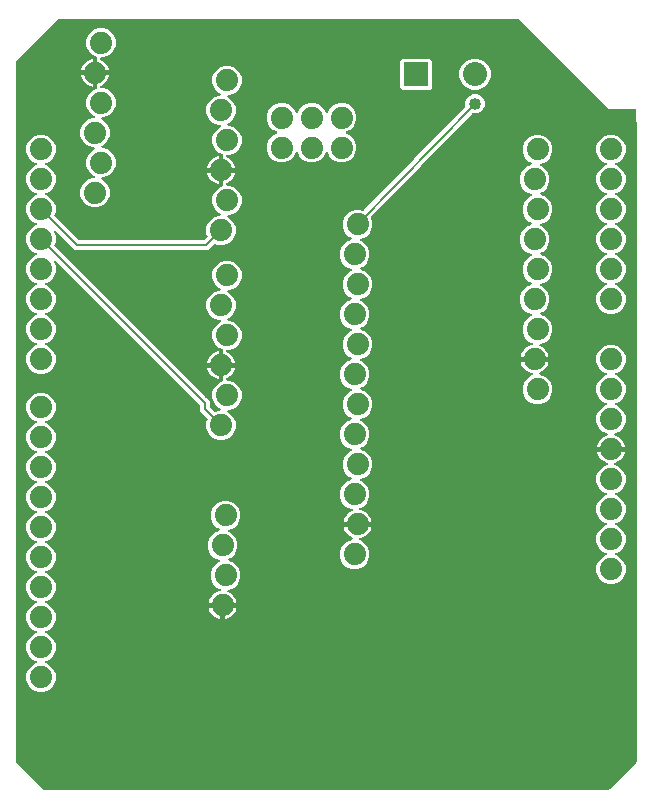
<source format=gbr>
G04 EAGLE Gerber RS-274X export*
G75*
%MOMM*%
%FSLAX34Y34*%
%LPD*%
%INBottom Copper*%
%IPPOS*%
%AMOC8*
5,1,8,0,0,1.08239X$1,22.5*%
G01*
%ADD10C,1.879600*%
%ADD11R,2.032000X2.032000*%
%ADD12C,2.032000*%
%ADD13C,0.203200*%
%ADD14C,1.016000*%

G36*
X506088Y3823D02*
X506088Y3823D01*
X506175Y3826D01*
X506228Y3843D01*
X506283Y3851D01*
X506362Y3886D01*
X506446Y3913D01*
X506485Y3941D01*
X506542Y3967D01*
X506655Y4063D01*
X506719Y4108D01*
X529292Y26681D01*
X529344Y26751D01*
X529404Y26815D01*
X529430Y26864D01*
X529463Y26908D01*
X529494Y26990D01*
X529534Y27068D01*
X529542Y27115D01*
X529564Y27174D01*
X529576Y27322D01*
X529589Y27399D01*
X529589Y569142D01*
X529577Y569228D01*
X529574Y569316D01*
X529557Y569368D01*
X529549Y569423D01*
X529514Y569503D01*
X529487Y569586D01*
X529459Y569626D01*
X529433Y569683D01*
X529337Y569796D01*
X529335Y569799D01*
X529335Y579120D01*
X529327Y579178D01*
X529329Y579236D01*
X529307Y579318D01*
X529295Y579402D01*
X529272Y579455D01*
X529257Y579511D01*
X529214Y579584D01*
X529179Y579661D01*
X529141Y579706D01*
X529112Y579756D01*
X529050Y579814D01*
X528996Y579878D01*
X528947Y579910D01*
X528904Y579950D01*
X528829Y579989D01*
X528759Y580036D01*
X528703Y580053D01*
X528651Y580080D01*
X528583Y580091D01*
X528488Y580121D01*
X528388Y580124D01*
X528320Y580135D01*
X506316Y580135D01*
X430160Y656292D01*
X430090Y656344D01*
X430026Y656404D01*
X429977Y656430D01*
X429932Y656463D01*
X429851Y656494D01*
X429773Y656534D01*
X429725Y656542D01*
X429667Y656564D01*
X429519Y656576D01*
X429442Y656589D01*
X40099Y656589D01*
X40012Y656577D01*
X39925Y656574D01*
X39872Y656557D01*
X39817Y656549D01*
X39738Y656514D01*
X39654Y656487D01*
X39615Y656459D01*
X39558Y656433D01*
X39445Y656337D01*
X39381Y656292D01*
X4108Y621019D01*
X4056Y620949D01*
X3996Y620885D01*
X3970Y620836D01*
X3937Y620792D01*
X3906Y620710D01*
X3866Y620632D01*
X3858Y620585D01*
X3836Y620526D01*
X3824Y620378D01*
X3811Y620301D01*
X3811Y27399D01*
X3823Y27312D01*
X3826Y27225D01*
X3843Y27172D01*
X3851Y27117D01*
X3886Y27038D01*
X3913Y26954D01*
X3941Y26915D01*
X3967Y26858D01*
X4063Y26745D01*
X4108Y26681D01*
X26681Y4108D01*
X26751Y4056D01*
X26815Y3996D01*
X26864Y3970D01*
X26908Y3937D01*
X26990Y3906D01*
X27068Y3866D01*
X27115Y3858D01*
X27174Y3836D01*
X27322Y3824D01*
X27399Y3811D01*
X506001Y3811D01*
X506088Y3823D01*
G37*
%LPC*%
G36*
X175324Y299973D02*
X175324Y299973D01*
X170749Y301868D01*
X167248Y305369D01*
X165353Y309944D01*
X165353Y314896D01*
X166330Y317255D01*
X166331Y317256D01*
X166332Y317258D01*
X166366Y317392D01*
X166401Y317530D01*
X166401Y317532D01*
X166402Y317533D01*
X166397Y317674D01*
X166393Y317814D01*
X166393Y317816D01*
X166393Y317817D01*
X166350Y317950D01*
X166307Y318085D01*
X166306Y318086D01*
X166305Y318088D01*
X166297Y318100D01*
X166148Y318321D01*
X166125Y318341D01*
X166110Y318361D01*
X162698Y321774D01*
X160019Y324452D01*
X160019Y329112D01*
X160007Y329198D01*
X160004Y329286D01*
X159987Y329338D01*
X159979Y329393D01*
X159944Y329473D01*
X159917Y329556D01*
X159889Y329596D01*
X159863Y329653D01*
X159767Y329766D01*
X159722Y329830D01*
X38112Y451440D01*
X38043Y451491D01*
X37981Y451550D01*
X37930Y451577D01*
X37885Y451611D01*
X37804Y451641D01*
X37728Y451681D01*
X37672Y451692D01*
X37619Y451712D01*
X37533Y451719D01*
X37449Y451736D01*
X37392Y451731D01*
X37336Y451735D01*
X37251Y451719D01*
X37166Y451711D01*
X37113Y451691D01*
X37057Y451680D01*
X36981Y451640D01*
X36901Y451609D01*
X36855Y451575D01*
X36805Y451549D01*
X36742Y451489D01*
X36674Y451438D01*
X36640Y451392D01*
X36599Y451353D01*
X36555Y451279D01*
X36504Y451210D01*
X36484Y451157D01*
X36455Y451108D01*
X36434Y451024D01*
X36403Y450944D01*
X36399Y450887D01*
X36385Y450832D01*
X36387Y450746D01*
X36381Y450660D01*
X36392Y450612D01*
X36394Y450548D01*
X36438Y450410D01*
X36456Y450333D01*
X37847Y446976D01*
X37847Y442024D01*
X35952Y437449D01*
X32451Y433948D01*
X29529Y432738D01*
X29504Y432723D01*
X29476Y432714D01*
X29381Y432651D01*
X29284Y432593D01*
X29264Y432572D01*
X29239Y432556D01*
X29167Y432469D01*
X29089Y432387D01*
X29075Y432361D01*
X29057Y432338D01*
X29011Y432235D01*
X28959Y432134D01*
X28953Y432105D01*
X28941Y432078D01*
X28925Y431966D01*
X28904Y431855D01*
X28906Y431826D01*
X28902Y431797D01*
X28918Y431685D01*
X28928Y431572D01*
X28939Y431545D01*
X28943Y431516D01*
X28989Y431412D01*
X29030Y431307D01*
X29048Y431283D01*
X29060Y431256D01*
X29133Y431170D01*
X29202Y431080D01*
X29225Y431062D01*
X29244Y431040D01*
X29311Y430998D01*
X29429Y430910D01*
X29488Y430888D01*
X29529Y430862D01*
X32451Y429652D01*
X35952Y426151D01*
X37847Y421576D01*
X37847Y416624D01*
X35952Y412049D01*
X32451Y408548D01*
X29529Y407338D01*
X29504Y407323D01*
X29476Y407314D01*
X29381Y407251D01*
X29284Y407193D01*
X29264Y407172D01*
X29239Y407156D01*
X29167Y407069D01*
X29089Y406987D01*
X29075Y406961D01*
X29057Y406938D01*
X29011Y406835D01*
X28959Y406734D01*
X28953Y406705D01*
X28941Y406678D01*
X28925Y406566D01*
X28904Y406455D01*
X28906Y406426D01*
X28902Y406397D01*
X28918Y406285D01*
X28928Y406172D01*
X28939Y406145D01*
X28943Y406116D01*
X28989Y406012D01*
X29030Y405907D01*
X29048Y405883D01*
X29060Y405856D01*
X29133Y405770D01*
X29202Y405680D01*
X29225Y405662D01*
X29244Y405640D01*
X29311Y405598D01*
X29429Y405510D01*
X29488Y405488D01*
X29529Y405462D01*
X32451Y404252D01*
X35952Y400751D01*
X37847Y396176D01*
X37847Y391224D01*
X35952Y386649D01*
X32451Y383148D01*
X29529Y381938D01*
X29504Y381923D01*
X29476Y381914D01*
X29381Y381851D01*
X29284Y381793D01*
X29264Y381772D01*
X29239Y381756D01*
X29167Y381669D01*
X29089Y381587D01*
X29075Y381561D01*
X29057Y381538D01*
X29011Y381435D01*
X28959Y381334D01*
X28953Y381305D01*
X28941Y381278D01*
X28925Y381166D01*
X28904Y381055D01*
X28906Y381026D01*
X28902Y380997D01*
X28918Y380885D01*
X28928Y380772D01*
X28939Y380745D01*
X28943Y380716D01*
X28989Y380612D01*
X29030Y380507D01*
X29048Y380483D01*
X29060Y380456D01*
X29133Y380370D01*
X29202Y380280D01*
X29225Y380262D01*
X29244Y380240D01*
X29311Y380198D01*
X29429Y380110D01*
X29488Y380088D01*
X29529Y380062D01*
X32451Y378852D01*
X35952Y375351D01*
X37847Y370776D01*
X37847Y365824D01*
X35952Y361249D01*
X32451Y357748D01*
X27876Y355853D01*
X22924Y355853D01*
X18349Y357748D01*
X14848Y361249D01*
X12953Y365824D01*
X12953Y370776D01*
X14848Y375351D01*
X18349Y378852D01*
X21271Y380062D01*
X21296Y380077D01*
X21324Y380086D01*
X21419Y380149D01*
X21516Y380207D01*
X21536Y380228D01*
X21561Y380244D01*
X21634Y380331D01*
X21711Y380413D01*
X21725Y380439D01*
X21744Y380462D01*
X21790Y380565D01*
X21841Y380666D01*
X21847Y380695D01*
X21859Y380722D01*
X21875Y380834D01*
X21896Y380945D01*
X21894Y380974D01*
X21898Y381003D01*
X21882Y381115D01*
X21872Y381228D01*
X21861Y381255D01*
X21857Y381285D01*
X21811Y381388D01*
X21770Y381493D01*
X21752Y381517D01*
X21740Y381544D01*
X21667Y381630D01*
X21598Y381720D01*
X21575Y381738D01*
X21556Y381760D01*
X21489Y381802D01*
X21371Y381890D01*
X21312Y381912D01*
X21271Y381938D01*
X18349Y383148D01*
X14848Y386649D01*
X12953Y391224D01*
X12953Y396176D01*
X14848Y400751D01*
X18349Y404252D01*
X21271Y405462D01*
X21296Y405477D01*
X21324Y405486D01*
X21419Y405549D01*
X21516Y405607D01*
X21536Y405628D01*
X21561Y405644D01*
X21634Y405731D01*
X21711Y405813D01*
X21725Y405839D01*
X21744Y405862D01*
X21790Y405965D01*
X21841Y406066D01*
X21847Y406095D01*
X21859Y406122D01*
X21875Y406234D01*
X21896Y406345D01*
X21894Y406374D01*
X21898Y406403D01*
X21882Y406515D01*
X21872Y406628D01*
X21861Y406655D01*
X21857Y406685D01*
X21811Y406788D01*
X21770Y406893D01*
X21752Y406917D01*
X21740Y406944D01*
X21667Y407030D01*
X21598Y407120D01*
X21575Y407138D01*
X21556Y407160D01*
X21489Y407202D01*
X21371Y407290D01*
X21312Y407312D01*
X21271Y407338D01*
X18349Y408548D01*
X14848Y412049D01*
X12953Y416624D01*
X12953Y421576D01*
X14848Y426151D01*
X18349Y429652D01*
X21271Y430862D01*
X21296Y430877D01*
X21324Y430886D01*
X21419Y430949D01*
X21516Y431007D01*
X21536Y431028D01*
X21561Y431044D01*
X21634Y431131D01*
X21711Y431213D01*
X21725Y431239D01*
X21744Y431262D01*
X21790Y431365D01*
X21841Y431466D01*
X21847Y431495D01*
X21859Y431522D01*
X21875Y431634D01*
X21896Y431745D01*
X21894Y431774D01*
X21898Y431803D01*
X21882Y431915D01*
X21872Y432028D01*
X21861Y432055D01*
X21857Y432085D01*
X21811Y432188D01*
X21770Y432293D01*
X21752Y432317D01*
X21740Y432344D01*
X21667Y432430D01*
X21598Y432520D01*
X21575Y432538D01*
X21556Y432560D01*
X21489Y432602D01*
X21371Y432690D01*
X21312Y432712D01*
X21271Y432738D01*
X18349Y433948D01*
X14848Y437449D01*
X12953Y442024D01*
X12953Y446976D01*
X14848Y451551D01*
X18349Y455052D01*
X21271Y456262D01*
X21296Y456277D01*
X21324Y456286D01*
X21419Y456349D01*
X21516Y456407D01*
X21536Y456428D01*
X21561Y456444D01*
X21634Y456531D01*
X21711Y456613D01*
X21725Y456639D01*
X21744Y456662D01*
X21790Y456765D01*
X21841Y456866D01*
X21847Y456895D01*
X21859Y456922D01*
X21875Y457034D01*
X21896Y457145D01*
X21894Y457174D01*
X21898Y457203D01*
X21882Y457315D01*
X21872Y457428D01*
X21861Y457455D01*
X21857Y457485D01*
X21811Y457588D01*
X21770Y457693D01*
X21752Y457717D01*
X21740Y457744D01*
X21667Y457830D01*
X21598Y457920D01*
X21575Y457938D01*
X21556Y457960D01*
X21489Y458002D01*
X21371Y458090D01*
X21312Y458112D01*
X21271Y458138D01*
X18349Y459348D01*
X14848Y462849D01*
X12953Y467424D01*
X12953Y472376D01*
X14848Y476951D01*
X18349Y480452D01*
X21271Y481662D01*
X21296Y481677D01*
X21324Y481686D01*
X21419Y481749D01*
X21516Y481807D01*
X21536Y481828D01*
X21561Y481844D01*
X21634Y481931D01*
X21711Y482013D01*
X21725Y482039D01*
X21744Y482062D01*
X21790Y482165D01*
X21841Y482266D01*
X21847Y482295D01*
X21859Y482322D01*
X21875Y482434D01*
X21896Y482545D01*
X21894Y482574D01*
X21898Y482603D01*
X21882Y482715D01*
X21872Y482828D01*
X21861Y482855D01*
X21857Y482885D01*
X21811Y482988D01*
X21770Y483093D01*
X21752Y483117D01*
X21740Y483144D01*
X21667Y483230D01*
X21598Y483320D01*
X21575Y483338D01*
X21556Y483360D01*
X21489Y483402D01*
X21371Y483490D01*
X21312Y483512D01*
X21271Y483538D01*
X18349Y484748D01*
X14848Y488249D01*
X12953Y492824D01*
X12953Y497776D01*
X14848Y502351D01*
X18349Y505852D01*
X21271Y507062D01*
X21296Y507077D01*
X21324Y507086D01*
X21419Y507149D01*
X21516Y507207D01*
X21536Y507228D01*
X21561Y507244D01*
X21634Y507331D01*
X21711Y507413D01*
X21725Y507439D01*
X21744Y507462D01*
X21790Y507565D01*
X21841Y507666D01*
X21847Y507695D01*
X21859Y507722D01*
X21875Y507834D01*
X21896Y507945D01*
X21894Y507974D01*
X21898Y508003D01*
X21882Y508115D01*
X21872Y508228D01*
X21861Y508255D01*
X21857Y508285D01*
X21811Y508388D01*
X21770Y508493D01*
X21752Y508517D01*
X21740Y508544D01*
X21667Y508630D01*
X21598Y508720D01*
X21575Y508738D01*
X21556Y508760D01*
X21489Y508802D01*
X21371Y508890D01*
X21312Y508912D01*
X21271Y508938D01*
X18349Y510148D01*
X14848Y513649D01*
X12953Y518224D01*
X12953Y523176D01*
X14848Y527751D01*
X18349Y531252D01*
X21271Y532462D01*
X21296Y532477D01*
X21324Y532486D01*
X21419Y532549D01*
X21516Y532607D01*
X21536Y532628D01*
X21561Y532644D01*
X21634Y532731D01*
X21711Y532813D01*
X21725Y532839D01*
X21744Y532862D01*
X21790Y532965D01*
X21841Y533066D01*
X21847Y533095D01*
X21859Y533122D01*
X21875Y533234D01*
X21896Y533345D01*
X21894Y533374D01*
X21898Y533403D01*
X21882Y533515D01*
X21872Y533628D01*
X21861Y533655D01*
X21857Y533685D01*
X21811Y533788D01*
X21770Y533893D01*
X21752Y533917D01*
X21740Y533944D01*
X21667Y534030D01*
X21598Y534120D01*
X21575Y534138D01*
X21556Y534160D01*
X21489Y534202D01*
X21371Y534290D01*
X21312Y534312D01*
X21271Y534338D01*
X18349Y535548D01*
X14848Y539049D01*
X12953Y543624D01*
X12953Y548576D01*
X14848Y553151D01*
X18349Y556652D01*
X22924Y558547D01*
X27876Y558547D01*
X32451Y556652D01*
X35952Y553151D01*
X37847Y548576D01*
X37847Y543624D01*
X35952Y539049D01*
X32451Y535548D01*
X29529Y534338D01*
X29504Y534323D01*
X29476Y534314D01*
X29381Y534251D01*
X29284Y534193D01*
X29264Y534172D01*
X29239Y534156D01*
X29167Y534069D01*
X29089Y533987D01*
X29075Y533961D01*
X29057Y533938D01*
X29011Y533835D01*
X28959Y533734D01*
X28953Y533705D01*
X28941Y533678D01*
X28925Y533566D01*
X28904Y533455D01*
X28906Y533426D01*
X28902Y533397D01*
X28918Y533285D01*
X28928Y533172D01*
X28939Y533145D01*
X28943Y533116D01*
X28989Y533012D01*
X29030Y532907D01*
X29048Y532883D01*
X29060Y532856D01*
X29133Y532770D01*
X29202Y532680D01*
X29225Y532662D01*
X29244Y532640D01*
X29311Y532598D01*
X29429Y532510D01*
X29488Y532488D01*
X29529Y532462D01*
X32451Y531252D01*
X35952Y527751D01*
X37847Y523176D01*
X37847Y518224D01*
X35952Y513649D01*
X32451Y510148D01*
X29529Y508938D01*
X29504Y508923D01*
X29476Y508914D01*
X29381Y508851D01*
X29284Y508793D01*
X29264Y508772D01*
X29239Y508756D01*
X29167Y508669D01*
X29089Y508587D01*
X29075Y508561D01*
X29057Y508538D01*
X29011Y508435D01*
X28959Y508334D01*
X28953Y508305D01*
X28941Y508278D01*
X28925Y508166D01*
X28904Y508055D01*
X28906Y508026D01*
X28902Y507997D01*
X28918Y507885D01*
X28928Y507772D01*
X28939Y507745D01*
X28943Y507716D01*
X28989Y507612D01*
X29030Y507507D01*
X29048Y507483D01*
X29060Y507456D01*
X29133Y507370D01*
X29202Y507280D01*
X29225Y507262D01*
X29244Y507240D01*
X29311Y507198D01*
X29429Y507110D01*
X29488Y507088D01*
X29529Y507062D01*
X32451Y505852D01*
X35952Y502351D01*
X37847Y497776D01*
X37847Y492824D01*
X36870Y490465D01*
X36869Y490464D01*
X36868Y490462D01*
X36834Y490328D01*
X36824Y490290D01*
X36822Y490283D01*
X36822Y490282D01*
X36799Y490190D01*
X36799Y490188D01*
X36798Y490187D01*
X36803Y490044D01*
X36807Y489906D01*
X36807Y489904D01*
X36807Y489903D01*
X36850Y489770D01*
X36893Y489635D01*
X36894Y489634D01*
X36895Y489632D01*
X36903Y489620D01*
X37052Y489399D01*
X37075Y489379D01*
X37090Y489359D01*
X57266Y469182D01*
X57336Y469130D01*
X57400Y469070D01*
X57449Y469044D01*
X57494Y469011D01*
X57575Y468980D01*
X57653Y468940D01*
X57701Y468932D01*
X57759Y468910D01*
X57907Y468898D01*
X57984Y468885D01*
X162996Y468885D01*
X163082Y468897D01*
X163170Y468900D01*
X163222Y468917D01*
X163277Y468925D01*
X163357Y468960D01*
X163440Y468987D01*
X163480Y469015D01*
X163537Y469041D01*
X163650Y469137D01*
X163714Y469182D01*
X166110Y471579D01*
X166111Y471580D01*
X166113Y471581D01*
X166194Y471691D01*
X166281Y471806D01*
X166282Y471807D01*
X166283Y471809D01*
X166333Y471941D01*
X166382Y472072D01*
X166383Y472073D01*
X166383Y472075D01*
X166395Y472219D01*
X166406Y472355D01*
X166406Y472356D01*
X166406Y472358D01*
X166402Y472374D01*
X166350Y472634D01*
X166336Y472661D01*
X166330Y472685D01*
X165353Y475044D01*
X165353Y479996D01*
X167248Y484571D01*
X170749Y488072D01*
X175324Y489967D01*
X176523Y489967D01*
X176608Y489979D01*
X176694Y489981D01*
X176748Y489999D01*
X176805Y490007D01*
X176883Y490042D01*
X176965Y490068D01*
X177012Y490100D01*
X177064Y490123D01*
X177130Y490178D01*
X177201Y490226D01*
X177238Y490270D01*
X177281Y490306D01*
X177329Y490378D01*
X177384Y490444D01*
X177407Y490496D01*
X177439Y490543D01*
X177465Y490625D01*
X177499Y490704D01*
X177507Y490760D01*
X177524Y490814D01*
X177527Y490900D01*
X177538Y490985D01*
X177530Y491041D01*
X177532Y491098D01*
X177510Y491181D01*
X177498Y491267D01*
X177474Y491318D01*
X177460Y491373D01*
X177416Y491447D01*
X177381Y491526D01*
X177344Y491569D01*
X177315Y491618D01*
X177252Y491677D01*
X177196Y491742D01*
X177154Y491768D01*
X177107Y491812D01*
X176978Y491878D01*
X176912Y491920D01*
X175829Y492368D01*
X172328Y495869D01*
X170433Y500444D01*
X170433Y505396D01*
X172328Y509971D01*
X175829Y513472D01*
X179204Y514870D01*
X179206Y514871D01*
X179207Y514871D01*
X179325Y514941D01*
X179449Y515014D01*
X179450Y515015D01*
X179452Y515016D01*
X179549Y515120D01*
X179644Y515221D01*
X179645Y515222D01*
X179646Y515224D01*
X179707Y515342D01*
X179775Y515474D01*
X179775Y515475D01*
X179776Y515477D01*
X179778Y515492D01*
X179830Y515753D01*
X179827Y515783D01*
X179831Y515808D01*
X179831Y526289D01*
X189566Y526289D01*
X189445Y525524D01*
X188864Y523737D01*
X188011Y522063D01*
X186906Y520542D01*
X185578Y519214D01*
X184057Y518109D01*
X182443Y517287D01*
X182405Y517260D01*
X182363Y517241D01*
X182289Y517179D01*
X182210Y517123D01*
X182181Y517087D01*
X182146Y517057D01*
X182093Y516977D01*
X182032Y516902D01*
X182014Y516859D01*
X181988Y516821D01*
X181959Y516729D01*
X181922Y516640D01*
X181917Y516594D01*
X181903Y516550D01*
X181900Y516453D01*
X181889Y516357D01*
X181897Y516312D01*
X181895Y516266D01*
X181920Y516172D01*
X181936Y516077D01*
X181955Y516035D01*
X181967Y515991D01*
X182016Y515908D01*
X182058Y515820D01*
X182089Y515786D01*
X182112Y515746D01*
X182183Y515680D01*
X182247Y515608D01*
X182286Y515583D01*
X182320Y515552D01*
X182406Y515508D01*
X182487Y515456D01*
X182532Y515443D01*
X182573Y515422D01*
X182647Y515410D01*
X182760Y515377D01*
X182844Y515377D01*
X182904Y515367D01*
X185356Y515367D01*
X189931Y513472D01*
X193432Y509971D01*
X195327Y505396D01*
X195327Y500444D01*
X193432Y495869D01*
X189931Y492368D01*
X185356Y490473D01*
X184157Y490473D01*
X184072Y490461D01*
X183986Y490459D01*
X183932Y490441D01*
X183875Y490433D01*
X183797Y490398D01*
X183715Y490372D01*
X183668Y490340D01*
X183616Y490317D01*
X183550Y490262D01*
X183479Y490214D01*
X183442Y490170D01*
X183399Y490134D01*
X183351Y490062D01*
X183296Y489996D01*
X183273Y489944D01*
X183241Y489897D01*
X183215Y489815D01*
X183181Y489736D01*
X183173Y489680D01*
X183156Y489626D01*
X183153Y489540D01*
X183142Y489455D01*
X183150Y489399D01*
X183148Y489342D01*
X183170Y489259D01*
X183182Y489173D01*
X183206Y489122D01*
X183220Y489067D01*
X183264Y488993D01*
X183299Y488914D01*
X183336Y488871D01*
X183365Y488822D01*
X183428Y488763D01*
X183484Y488698D01*
X183526Y488672D01*
X183573Y488628D01*
X183702Y488562D01*
X183768Y488520D01*
X184851Y488072D01*
X188352Y484571D01*
X190247Y479996D01*
X190247Y475044D01*
X188352Y470469D01*
X184851Y466968D01*
X180276Y465073D01*
X175324Y465073D01*
X172965Y466050D01*
X172964Y466051D01*
X172962Y466052D01*
X172828Y466086D01*
X172690Y466121D01*
X172688Y466121D01*
X172687Y466122D01*
X172546Y466117D01*
X172406Y466113D01*
X172404Y466113D01*
X172403Y466113D01*
X172268Y466069D01*
X172135Y466027D01*
X172134Y466026D01*
X172132Y466025D01*
X172120Y466017D01*
X171899Y465868D01*
X171879Y465845D01*
X171859Y465830D01*
X169462Y463434D01*
X166784Y460755D01*
X54196Y460755D01*
X38112Y476840D01*
X38043Y476891D01*
X37981Y476950D01*
X37930Y476976D01*
X37885Y477011D01*
X37804Y477041D01*
X37728Y477081D01*
X37672Y477092D01*
X37619Y477112D01*
X37533Y477119D01*
X37449Y477136D01*
X37392Y477131D01*
X37336Y477135D01*
X37251Y477119D01*
X37166Y477111D01*
X37113Y477091D01*
X37057Y477080D01*
X36981Y477040D01*
X36901Y477009D01*
X36855Y476975D01*
X36805Y476949D01*
X36742Y476889D01*
X36674Y476838D01*
X36640Y476792D01*
X36599Y476753D01*
X36555Y476679D01*
X36504Y476610D01*
X36484Y476557D01*
X36455Y476508D01*
X36434Y476424D01*
X36403Y476344D01*
X36399Y476287D01*
X36385Y476232D01*
X36387Y476146D01*
X36381Y476060D01*
X36392Y476012D01*
X36394Y475948D01*
X36438Y475810D01*
X36456Y475733D01*
X37847Y472376D01*
X37847Y467424D01*
X36870Y465065D01*
X36869Y465064D01*
X36868Y465062D01*
X36834Y464928D01*
X36799Y464790D01*
X36799Y464788D01*
X36798Y464787D01*
X36803Y464645D01*
X36807Y464506D01*
X36807Y464504D01*
X36807Y464503D01*
X36850Y464370D01*
X36893Y464235D01*
X36894Y464234D01*
X36895Y464232D01*
X36903Y464220D01*
X37052Y463999D01*
X37075Y463979D01*
X37090Y463959D01*
X165470Y335578D01*
X168149Y332900D01*
X168149Y328240D01*
X168161Y328154D01*
X168164Y328066D01*
X168181Y328014D01*
X168189Y327959D01*
X168224Y327879D01*
X168251Y327796D01*
X168279Y327756D01*
X168305Y327699D01*
X168401Y327586D01*
X168446Y327522D01*
X171859Y324110D01*
X171860Y324109D01*
X171861Y324107D01*
X171971Y324025D01*
X172086Y323939D01*
X172087Y323938D01*
X172089Y323937D01*
X172221Y323887D01*
X172352Y323838D01*
X172353Y323837D01*
X172355Y323837D01*
X172499Y323825D01*
X172635Y323814D01*
X172636Y323814D01*
X172638Y323814D01*
X172654Y323818D01*
X172914Y323870D01*
X172941Y323884D01*
X172965Y323890D01*
X175324Y324867D01*
X176523Y324867D01*
X176608Y324879D01*
X176694Y324881D01*
X176748Y324899D01*
X176805Y324907D01*
X176883Y324942D01*
X176965Y324968D01*
X177012Y325000D01*
X177064Y325023D01*
X177130Y325078D01*
X177201Y325126D01*
X177238Y325170D01*
X177281Y325206D01*
X177329Y325278D01*
X177384Y325344D01*
X177407Y325396D01*
X177439Y325443D01*
X177465Y325525D01*
X177499Y325604D01*
X177507Y325660D01*
X177524Y325714D01*
X177527Y325800D01*
X177538Y325885D01*
X177530Y325941D01*
X177532Y325998D01*
X177510Y326081D01*
X177498Y326167D01*
X177474Y326218D01*
X177460Y326273D01*
X177416Y326347D01*
X177381Y326426D01*
X177344Y326469D01*
X177315Y326518D01*
X177252Y326577D01*
X177196Y326642D01*
X177154Y326668D01*
X177107Y326712D01*
X176978Y326778D01*
X176912Y326820D01*
X175829Y327268D01*
X172328Y330769D01*
X170433Y335344D01*
X170433Y340296D01*
X172328Y344871D01*
X175829Y348372D01*
X179204Y349770D01*
X179206Y349771D01*
X179207Y349771D01*
X179325Y349841D01*
X179449Y349914D01*
X179450Y349915D01*
X179452Y349916D01*
X179549Y350020D01*
X179644Y350121D01*
X179645Y350122D01*
X179646Y350124D01*
X179707Y350242D01*
X179775Y350374D01*
X179775Y350375D01*
X179776Y350377D01*
X179778Y350392D01*
X179830Y350653D01*
X179827Y350683D01*
X179831Y350708D01*
X179831Y361189D01*
X189566Y361189D01*
X189445Y360424D01*
X188864Y358637D01*
X188011Y356963D01*
X186906Y355442D01*
X185578Y354114D01*
X184057Y353009D01*
X182443Y352187D01*
X182405Y352160D01*
X182363Y352141D01*
X182289Y352079D01*
X182210Y352023D01*
X182181Y351987D01*
X182146Y351957D01*
X182093Y351877D01*
X182032Y351802D01*
X182014Y351759D01*
X181988Y351721D01*
X181959Y351629D01*
X181922Y351540D01*
X181917Y351494D01*
X181903Y351450D01*
X181900Y351353D01*
X181889Y351257D01*
X181897Y351212D01*
X181895Y351166D01*
X181920Y351072D01*
X181936Y350977D01*
X181955Y350935D01*
X181967Y350891D01*
X182016Y350808D01*
X182058Y350720D01*
X182089Y350686D01*
X182112Y350646D01*
X182183Y350580D01*
X182247Y350508D01*
X182286Y350483D01*
X182320Y350452D01*
X182406Y350408D01*
X182487Y350356D01*
X182532Y350343D01*
X182573Y350322D01*
X182647Y350310D01*
X182760Y350277D01*
X182844Y350277D01*
X182904Y350267D01*
X185356Y350267D01*
X189931Y348372D01*
X193432Y344871D01*
X195327Y340296D01*
X195327Y335344D01*
X193432Y330769D01*
X189931Y327268D01*
X185356Y325373D01*
X184157Y325373D01*
X184072Y325361D01*
X183986Y325359D01*
X183932Y325341D01*
X183875Y325333D01*
X183797Y325298D01*
X183715Y325272D01*
X183668Y325240D01*
X183616Y325217D01*
X183550Y325162D01*
X183479Y325114D01*
X183442Y325070D01*
X183399Y325034D01*
X183351Y324962D01*
X183296Y324896D01*
X183273Y324844D01*
X183241Y324797D01*
X183215Y324715D01*
X183181Y324636D01*
X183173Y324580D01*
X183156Y324526D01*
X183153Y324440D01*
X183142Y324355D01*
X183150Y324299D01*
X183148Y324242D01*
X183170Y324159D01*
X183182Y324073D01*
X183206Y324022D01*
X183220Y323967D01*
X183264Y323893D01*
X183299Y323814D01*
X183336Y323771D01*
X183365Y323722D01*
X183428Y323663D01*
X183484Y323598D01*
X183526Y323572D01*
X183573Y323528D01*
X183702Y323462D01*
X183768Y323420D01*
X184851Y322972D01*
X188352Y319471D01*
X190247Y314896D01*
X190247Y309944D01*
X188352Y305369D01*
X184851Y301868D01*
X180276Y299973D01*
X175324Y299973D01*
G37*
%LPD*%
%LPC*%
G36*
X288354Y190753D02*
X288354Y190753D01*
X283779Y192648D01*
X280278Y196149D01*
X278383Y200724D01*
X278383Y205676D01*
X280278Y210251D01*
X283779Y213752D01*
X288372Y215654D01*
X288452Y215673D01*
X288548Y215687D01*
X288590Y215705D01*
X288635Y215716D01*
X288719Y215763D01*
X288807Y215803D01*
X288842Y215833D01*
X288883Y215855D01*
X288950Y215924D01*
X289024Y215986D01*
X289050Y216025D01*
X289082Y216058D01*
X289128Y216143D01*
X289182Y216223D01*
X289196Y216267D01*
X289218Y216308D01*
X289238Y216402D01*
X289267Y216494D01*
X289269Y216540D01*
X289279Y216585D01*
X289272Y216682D01*
X289275Y216778D01*
X289263Y216823D01*
X289260Y216869D01*
X289227Y216960D01*
X289203Y217053D01*
X289179Y217093D01*
X289164Y217137D01*
X289107Y217215D01*
X289058Y217298D01*
X289024Y217329D01*
X288997Y217367D01*
X288936Y217412D01*
X288850Y217492D01*
X288776Y217530D01*
X288727Y217567D01*
X287113Y218389D01*
X285592Y219494D01*
X284264Y220822D01*
X283159Y222343D01*
X282306Y224017D01*
X281725Y225804D01*
X281604Y226569D01*
X292354Y226569D01*
X292412Y226577D01*
X292470Y226575D01*
X292552Y226597D01*
X292635Y226609D01*
X292689Y226633D01*
X292745Y226647D01*
X292818Y226690D01*
X292895Y226725D01*
X292939Y226763D01*
X292990Y226793D01*
X293047Y226854D01*
X293112Y226909D01*
X293144Y226957D01*
X293184Y227000D01*
X293223Y227075D01*
X293269Y227145D01*
X293287Y227201D01*
X293314Y227253D01*
X293325Y227321D01*
X293355Y227416D01*
X293358Y227516D01*
X293369Y227584D01*
X293369Y229616D01*
X293361Y229674D01*
X293362Y229732D01*
X293341Y229814D01*
X293329Y229897D01*
X293305Y229951D01*
X293291Y230007D01*
X293248Y230080D01*
X293213Y230157D01*
X293175Y230202D01*
X293145Y230252D01*
X293084Y230310D01*
X293029Y230374D01*
X292981Y230406D01*
X292938Y230446D01*
X292863Y230485D01*
X292793Y230531D01*
X292737Y230549D01*
X292685Y230576D01*
X292617Y230587D01*
X292522Y230617D01*
X292422Y230620D01*
X292354Y230631D01*
X281604Y230631D01*
X281725Y231396D01*
X282306Y233183D01*
X283159Y234857D01*
X284264Y236378D01*
X285592Y237706D01*
X287113Y238811D01*
X288727Y239633D01*
X288765Y239660D01*
X288807Y239679D01*
X288881Y239741D01*
X288960Y239797D01*
X288989Y239833D01*
X289024Y239863D01*
X289078Y239943D01*
X289138Y240018D01*
X289156Y240061D01*
X289182Y240099D01*
X289211Y240191D01*
X289248Y240280D01*
X289253Y240326D01*
X289267Y240370D01*
X289270Y240467D01*
X289281Y240563D01*
X289274Y240608D01*
X289275Y240654D01*
X289250Y240748D01*
X289234Y240843D01*
X289215Y240885D01*
X289203Y240929D01*
X289154Y241012D01*
X289112Y241100D01*
X289081Y241134D01*
X289058Y241174D01*
X288987Y241240D01*
X288923Y241312D01*
X288884Y241337D01*
X288850Y241368D01*
X288764Y241412D01*
X288683Y241464D01*
X288638Y241477D01*
X288597Y241498D01*
X288523Y241510D01*
X288410Y241543D01*
X288379Y241543D01*
X283779Y243448D01*
X280278Y246949D01*
X278383Y251524D01*
X278383Y256476D01*
X280278Y261051D01*
X283779Y264552D01*
X287971Y266288D01*
X287996Y266303D01*
X288024Y266312D01*
X288119Y266375D01*
X288216Y266433D01*
X288236Y266454D01*
X288261Y266470D01*
X288334Y266557D01*
X288411Y266639D01*
X288425Y266665D01*
X288444Y266688D01*
X288490Y266791D01*
X288541Y266892D01*
X288547Y266921D01*
X288559Y266948D01*
X288575Y267060D01*
X288596Y267171D01*
X288594Y267200D01*
X288598Y267229D01*
X288582Y267341D01*
X288572Y267454D01*
X288561Y267482D01*
X288557Y267511D01*
X288511Y267614D01*
X288470Y267719D01*
X288452Y267743D01*
X288440Y267770D01*
X288367Y267856D01*
X288298Y267946D01*
X288275Y267964D01*
X288256Y267986D01*
X288189Y268028D01*
X288071Y268116D01*
X288012Y268138D01*
X287971Y268164D01*
X286319Y268848D01*
X282818Y272349D01*
X280923Y276924D01*
X280923Y281876D01*
X282818Y286451D01*
X286319Y289952D01*
X287971Y290636D01*
X287996Y290651D01*
X288024Y290660D01*
X288119Y290723D01*
X288216Y290780D01*
X288236Y290802D01*
X288261Y290818D01*
X288334Y290905D01*
X288411Y290987D01*
X288425Y291013D01*
X288444Y291036D01*
X288490Y291139D01*
X288541Y291240D01*
X288547Y291269D01*
X288559Y291295D01*
X288575Y291408D01*
X288596Y291519D01*
X288594Y291548D01*
X288598Y291577D01*
X288582Y291689D01*
X288572Y291802D01*
X288561Y291829D01*
X288557Y291858D01*
X288511Y291961D01*
X288470Y292067D01*
X288452Y292091D01*
X288440Y292118D01*
X288367Y292204D01*
X288298Y292294D01*
X288275Y292312D01*
X288256Y292334D01*
X288189Y292376D01*
X288071Y292464D01*
X288012Y292486D01*
X287971Y292512D01*
X283779Y294248D01*
X280278Y297749D01*
X278383Y302324D01*
X278383Y307276D01*
X280278Y311851D01*
X283779Y315352D01*
X287971Y317088D01*
X287996Y317103D01*
X288024Y317112D01*
X288119Y317175D01*
X288216Y317233D01*
X288236Y317254D01*
X288261Y317270D01*
X288333Y317357D01*
X288411Y317439D01*
X288425Y317465D01*
X288444Y317488D01*
X288490Y317591D01*
X288541Y317692D01*
X288547Y317721D01*
X288559Y317748D01*
X288575Y317860D01*
X288596Y317971D01*
X288594Y318000D01*
X288598Y318029D01*
X288582Y318141D01*
X288572Y318254D01*
X288561Y318282D01*
X288557Y318311D01*
X288511Y318414D01*
X288470Y318519D01*
X288452Y318543D01*
X288440Y318570D01*
X288367Y318656D01*
X288298Y318746D01*
X288275Y318764D01*
X288256Y318786D01*
X288189Y318828D01*
X288071Y318916D01*
X288012Y318938D01*
X287971Y318964D01*
X286319Y319648D01*
X282818Y323149D01*
X280923Y327724D01*
X280923Y332676D01*
X282818Y337251D01*
X286319Y340752D01*
X287971Y341436D01*
X287996Y341451D01*
X288024Y341460D01*
X288119Y341523D01*
X288216Y341580D01*
X288236Y341602D01*
X288261Y341618D01*
X288334Y341705D01*
X288411Y341787D01*
X288425Y341813D01*
X288444Y341836D01*
X288490Y341939D01*
X288541Y342040D01*
X288547Y342069D01*
X288559Y342095D01*
X288575Y342208D01*
X288596Y342319D01*
X288594Y342348D01*
X288598Y342377D01*
X288582Y342489D01*
X288572Y342602D01*
X288561Y342629D01*
X288557Y342658D01*
X288511Y342761D01*
X288470Y342867D01*
X288452Y342891D01*
X288440Y342918D01*
X288367Y343004D01*
X288298Y343094D01*
X288275Y343112D01*
X288256Y343134D01*
X288189Y343176D01*
X288071Y343264D01*
X288012Y343286D01*
X287971Y343312D01*
X283779Y345048D01*
X280278Y348549D01*
X278383Y353124D01*
X278383Y358076D01*
X280278Y362651D01*
X283779Y366152D01*
X287971Y367888D01*
X287996Y367903D01*
X288024Y367912D01*
X288119Y367975D01*
X288216Y368033D01*
X288236Y368054D01*
X288261Y368070D01*
X288333Y368157D01*
X288411Y368239D01*
X288425Y368265D01*
X288444Y368288D01*
X288490Y368391D01*
X288541Y368492D01*
X288547Y368521D01*
X288559Y368548D01*
X288575Y368660D01*
X288596Y368771D01*
X288594Y368800D01*
X288598Y368829D01*
X288582Y368941D01*
X288572Y369054D01*
X288561Y369082D01*
X288557Y369111D01*
X288511Y369214D01*
X288470Y369319D01*
X288452Y369343D01*
X288440Y369370D01*
X288367Y369456D01*
X288298Y369546D01*
X288275Y369564D01*
X288256Y369586D01*
X288189Y369628D01*
X288071Y369716D01*
X288012Y369738D01*
X287971Y369764D01*
X286319Y370448D01*
X282818Y373949D01*
X280923Y378524D01*
X280923Y383476D01*
X282818Y388051D01*
X286319Y391552D01*
X287971Y392236D01*
X287996Y392251D01*
X288024Y392260D01*
X288119Y392323D01*
X288216Y392380D01*
X288236Y392402D01*
X288261Y392418D01*
X288334Y392505D01*
X288411Y392587D01*
X288425Y392613D01*
X288444Y392636D01*
X288490Y392739D01*
X288541Y392840D01*
X288547Y392869D01*
X288559Y392895D01*
X288575Y393008D01*
X288596Y393119D01*
X288594Y393148D01*
X288598Y393177D01*
X288582Y393289D01*
X288572Y393402D01*
X288561Y393429D01*
X288557Y393458D01*
X288511Y393561D01*
X288470Y393667D01*
X288452Y393691D01*
X288440Y393718D01*
X288367Y393804D01*
X288298Y393894D01*
X288275Y393912D01*
X288256Y393934D01*
X288189Y393976D01*
X288071Y394064D01*
X288012Y394086D01*
X287971Y394112D01*
X283779Y395848D01*
X280278Y399349D01*
X278383Y403924D01*
X278383Y408876D01*
X280278Y413451D01*
X283779Y416952D01*
X287971Y418688D01*
X287996Y418703D01*
X288024Y418712D01*
X288119Y418775D01*
X288216Y418833D01*
X288236Y418854D01*
X288261Y418870D01*
X288333Y418957D01*
X288411Y419039D01*
X288425Y419065D01*
X288444Y419088D01*
X288490Y419191D01*
X288541Y419292D01*
X288547Y419321D01*
X288559Y419348D01*
X288575Y419460D01*
X288596Y419571D01*
X288594Y419600D01*
X288598Y419629D01*
X288582Y419741D01*
X288572Y419854D01*
X288561Y419882D01*
X288557Y419911D01*
X288511Y420014D01*
X288470Y420119D01*
X288452Y420143D01*
X288440Y420170D01*
X288367Y420256D01*
X288298Y420346D01*
X288275Y420364D01*
X288256Y420386D01*
X288189Y420428D01*
X288071Y420516D01*
X288012Y420538D01*
X287971Y420564D01*
X286319Y421248D01*
X282818Y424749D01*
X280923Y429324D01*
X280923Y434276D01*
X282818Y438851D01*
X286319Y442352D01*
X287971Y443036D01*
X287996Y443051D01*
X288024Y443060D01*
X288119Y443123D01*
X288216Y443180D01*
X288236Y443202D01*
X288261Y443218D01*
X288334Y443305D01*
X288411Y443387D01*
X288425Y443413D01*
X288444Y443436D01*
X288490Y443539D01*
X288541Y443640D01*
X288547Y443669D01*
X288559Y443695D01*
X288575Y443808D01*
X288596Y443919D01*
X288594Y443948D01*
X288598Y443977D01*
X288582Y444089D01*
X288572Y444202D01*
X288561Y444229D01*
X288557Y444258D01*
X288511Y444361D01*
X288470Y444467D01*
X288452Y444491D01*
X288440Y444518D01*
X288367Y444604D01*
X288298Y444694D01*
X288275Y444712D01*
X288256Y444734D01*
X288189Y444776D01*
X288071Y444864D01*
X288012Y444886D01*
X287971Y444912D01*
X283779Y446648D01*
X280278Y450149D01*
X278383Y454724D01*
X278383Y459676D01*
X280278Y464251D01*
X283779Y467752D01*
X287971Y469488D01*
X287996Y469503D01*
X288024Y469512D01*
X288119Y469575D01*
X288216Y469633D01*
X288236Y469654D01*
X288261Y469670D01*
X288333Y469757D01*
X288411Y469839D01*
X288425Y469865D01*
X288444Y469888D01*
X288490Y469991D01*
X288541Y470092D01*
X288547Y470121D01*
X288559Y470148D01*
X288575Y470260D01*
X288596Y470371D01*
X288594Y470400D01*
X288598Y470429D01*
X288582Y470541D01*
X288572Y470654D01*
X288561Y470682D01*
X288557Y470711D01*
X288511Y470814D01*
X288470Y470919D01*
X288452Y470943D01*
X288440Y470970D01*
X288367Y471056D01*
X288298Y471146D01*
X288275Y471164D01*
X288256Y471186D01*
X288189Y471228D01*
X288071Y471316D01*
X288012Y471338D01*
X287971Y471364D01*
X286319Y472048D01*
X282818Y475549D01*
X280923Y480124D01*
X280923Y485076D01*
X282818Y489651D01*
X286319Y493152D01*
X290894Y495047D01*
X295846Y495047D01*
X298048Y494134D01*
X298056Y494132D01*
X298063Y494128D01*
X298193Y494097D01*
X298324Y494064D01*
X298332Y494064D01*
X298339Y494062D01*
X298473Y494068D01*
X298608Y494072D01*
X298615Y494074D01*
X298623Y494074D01*
X298751Y494117D01*
X298878Y494158D01*
X298885Y494163D01*
X298893Y494165D01*
X298934Y494196D01*
X299115Y494317D01*
X299139Y494346D01*
X299164Y494364D01*
X384565Y581944D01*
X384646Y582055D01*
X384728Y582165D01*
X384730Y582170D01*
X384733Y582174D01*
X384781Y582304D01*
X384829Y582431D01*
X384829Y582436D01*
X384831Y582441D01*
X384840Y582578D01*
X384851Y582715D01*
X384850Y582719D01*
X384851Y582724D01*
X384791Y583002D01*
X384780Y583023D01*
X384776Y583042D01*
X384771Y583053D01*
X384771Y586287D01*
X386009Y589275D01*
X388295Y591561D01*
X391283Y592799D01*
X394517Y592799D01*
X397505Y591561D01*
X399791Y589275D01*
X401029Y586287D01*
X401029Y583053D01*
X399791Y580065D01*
X397505Y577779D01*
X394517Y576541D01*
X391081Y576541D01*
X391009Y576531D01*
X390923Y576530D01*
X390908Y576525D01*
X390893Y576525D01*
X390842Y576507D01*
X390800Y576501D01*
X390736Y576473D01*
X390651Y576447D01*
X390638Y576439D01*
X390624Y576434D01*
X390584Y576405D01*
X390540Y576385D01*
X390489Y576342D01*
X390413Y576292D01*
X390382Y576257D01*
X390353Y576235D01*
X304985Y488690D01*
X304905Y488579D01*
X304822Y488469D01*
X304820Y488464D01*
X304817Y488460D01*
X304770Y488331D01*
X304722Y488203D01*
X304721Y488198D01*
X304720Y488193D01*
X304710Y488058D01*
X304699Y487919D01*
X304700Y487915D01*
X304700Y487910D01*
X304759Y487632D01*
X304770Y487611D01*
X304774Y487592D01*
X305817Y485076D01*
X305817Y480124D01*
X303922Y475549D01*
X300421Y472048D01*
X296229Y470312D01*
X296204Y470297D01*
X296176Y470288D01*
X296081Y470225D01*
X295984Y470167D01*
X295964Y470146D01*
X295939Y470130D01*
X295867Y470043D01*
X295789Y469961D01*
X295775Y469935D01*
X295756Y469912D01*
X295710Y469809D01*
X295659Y469708D01*
X295653Y469679D01*
X295641Y469652D01*
X295625Y469540D01*
X295604Y469429D01*
X295606Y469400D01*
X295602Y469371D01*
X295618Y469259D01*
X295628Y469146D01*
X295639Y469118D01*
X295643Y469089D01*
X295689Y468986D01*
X295730Y468881D01*
X295748Y468857D01*
X295760Y468830D01*
X295833Y468744D01*
X295902Y468654D01*
X295925Y468636D01*
X295944Y468614D01*
X296011Y468572D01*
X296129Y468484D01*
X296188Y468462D01*
X296229Y468436D01*
X297881Y467752D01*
X301382Y464251D01*
X303277Y459676D01*
X303277Y454724D01*
X301382Y450149D01*
X297881Y446648D01*
X296229Y445964D01*
X296204Y445949D01*
X296176Y445940D01*
X296081Y445877D01*
X295984Y445820D01*
X295964Y445798D01*
X295939Y445782D01*
X295866Y445695D01*
X295789Y445613D01*
X295775Y445587D01*
X295756Y445564D01*
X295710Y445461D01*
X295659Y445360D01*
X295653Y445331D01*
X295641Y445305D01*
X295625Y445192D01*
X295604Y445081D01*
X295606Y445052D01*
X295602Y445023D01*
X295618Y444911D01*
X295628Y444798D01*
X295639Y444771D01*
X295643Y444742D01*
X295689Y444639D01*
X295730Y444533D01*
X295748Y444509D01*
X295760Y444482D01*
X295833Y444396D01*
X295902Y444306D01*
X295925Y444288D01*
X295944Y444266D01*
X296011Y444224D01*
X296129Y444136D01*
X296188Y444114D01*
X296229Y444088D01*
X300421Y442352D01*
X303922Y438851D01*
X305817Y434276D01*
X305817Y429324D01*
X303922Y424749D01*
X300421Y421248D01*
X296229Y419512D01*
X296204Y419497D01*
X296176Y419488D01*
X296081Y419425D01*
X295984Y419367D01*
X295964Y419346D01*
X295939Y419330D01*
X295867Y419243D01*
X295789Y419161D01*
X295775Y419135D01*
X295756Y419112D01*
X295710Y419009D01*
X295659Y418908D01*
X295653Y418879D01*
X295641Y418852D01*
X295625Y418740D01*
X295604Y418629D01*
X295606Y418600D01*
X295602Y418571D01*
X295618Y418459D01*
X295628Y418346D01*
X295639Y418318D01*
X295643Y418289D01*
X295689Y418186D01*
X295730Y418081D01*
X295748Y418057D01*
X295760Y418030D01*
X295833Y417944D01*
X295902Y417854D01*
X295925Y417836D01*
X295944Y417814D01*
X296011Y417772D01*
X296129Y417684D01*
X296188Y417662D01*
X296229Y417636D01*
X297881Y416952D01*
X301382Y413451D01*
X303277Y408876D01*
X303277Y403924D01*
X301382Y399349D01*
X297881Y395848D01*
X296229Y395164D01*
X296204Y395149D01*
X296176Y395140D01*
X296081Y395077D01*
X295984Y395020D01*
X295964Y394998D01*
X295939Y394982D01*
X295866Y394895D01*
X295789Y394813D01*
X295775Y394787D01*
X295756Y394764D01*
X295710Y394661D01*
X295659Y394560D01*
X295653Y394531D01*
X295641Y394505D01*
X295625Y394392D01*
X295604Y394281D01*
X295606Y394252D01*
X295602Y394223D01*
X295618Y394111D01*
X295628Y393998D01*
X295639Y393971D01*
X295643Y393942D01*
X295689Y393839D01*
X295730Y393733D01*
X295748Y393709D01*
X295760Y393682D01*
X295833Y393596D01*
X295902Y393506D01*
X295925Y393488D01*
X295944Y393466D01*
X296011Y393424D01*
X296129Y393336D01*
X296188Y393314D01*
X296229Y393288D01*
X300421Y391552D01*
X303922Y388051D01*
X305817Y383476D01*
X305817Y378524D01*
X303922Y373949D01*
X300421Y370448D01*
X296229Y368712D01*
X296204Y368697D01*
X296176Y368688D01*
X296081Y368625D01*
X295984Y368567D01*
X295964Y368546D01*
X295939Y368530D01*
X295867Y368443D01*
X295789Y368361D01*
X295775Y368335D01*
X295756Y368312D01*
X295710Y368209D01*
X295659Y368108D01*
X295653Y368079D01*
X295641Y368052D01*
X295625Y367940D01*
X295604Y367829D01*
X295606Y367800D01*
X295602Y367771D01*
X295618Y367659D01*
X295628Y367546D01*
X295639Y367518D01*
X295643Y367489D01*
X295689Y367386D01*
X295730Y367281D01*
X295748Y367257D01*
X295760Y367230D01*
X295833Y367144D01*
X295902Y367054D01*
X295925Y367036D01*
X295944Y367014D01*
X296011Y366972D01*
X296129Y366884D01*
X296188Y366862D01*
X296229Y366836D01*
X297881Y366152D01*
X301382Y362651D01*
X303277Y358076D01*
X303277Y353124D01*
X301382Y348549D01*
X297881Y345048D01*
X296229Y344364D01*
X296204Y344349D01*
X296176Y344340D01*
X296081Y344277D01*
X295984Y344220D01*
X295964Y344198D01*
X295939Y344182D01*
X295866Y344095D01*
X295789Y344013D01*
X295775Y343987D01*
X295756Y343964D01*
X295710Y343861D01*
X295659Y343760D01*
X295653Y343731D01*
X295641Y343705D01*
X295625Y343592D01*
X295604Y343481D01*
X295606Y343452D01*
X295602Y343423D01*
X295618Y343311D01*
X295628Y343198D01*
X295639Y343171D01*
X295643Y343142D01*
X295689Y343039D01*
X295730Y342933D01*
X295748Y342909D01*
X295760Y342882D01*
X295833Y342796D01*
X295902Y342706D01*
X295925Y342688D01*
X295944Y342666D01*
X296011Y342624D01*
X296129Y342536D01*
X296188Y342514D01*
X296229Y342488D01*
X300421Y340752D01*
X303922Y337251D01*
X305817Y332676D01*
X305817Y327724D01*
X303922Y323149D01*
X300421Y319648D01*
X296229Y317912D01*
X296204Y317897D01*
X296176Y317888D01*
X296081Y317825D01*
X295984Y317767D01*
X295964Y317746D01*
X295939Y317730D01*
X295867Y317643D01*
X295789Y317561D01*
X295775Y317535D01*
X295756Y317512D01*
X295710Y317409D01*
X295659Y317308D01*
X295653Y317279D01*
X295641Y317252D01*
X295625Y317140D01*
X295604Y317029D01*
X295606Y317000D01*
X295602Y316971D01*
X295618Y316859D01*
X295628Y316746D01*
X295639Y316718D01*
X295643Y316689D01*
X295689Y316586D01*
X295730Y316481D01*
X295748Y316457D01*
X295760Y316430D01*
X295833Y316344D01*
X295902Y316254D01*
X295925Y316236D01*
X295944Y316214D01*
X296011Y316172D01*
X296129Y316084D01*
X296188Y316062D01*
X296229Y316036D01*
X297881Y315352D01*
X301382Y311851D01*
X303277Y307276D01*
X303277Y302324D01*
X301382Y297749D01*
X297881Y294248D01*
X296229Y293564D01*
X296204Y293549D01*
X296176Y293540D01*
X296081Y293477D01*
X295984Y293420D01*
X295964Y293398D01*
X295939Y293382D01*
X295866Y293295D01*
X295789Y293213D01*
X295775Y293187D01*
X295756Y293164D01*
X295710Y293061D01*
X295659Y292960D01*
X295653Y292931D01*
X295641Y292905D01*
X295625Y292792D01*
X295604Y292681D01*
X295606Y292652D01*
X295602Y292623D01*
X295618Y292511D01*
X295628Y292398D01*
X295639Y292371D01*
X295643Y292342D01*
X295689Y292238D01*
X295730Y292133D01*
X295748Y292109D01*
X295760Y292082D01*
X295833Y291996D01*
X295902Y291906D01*
X295925Y291888D01*
X295944Y291866D01*
X296011Y291824D01*
X296129Y291736D01*
X296188Y291714D01*
X296229Y291688D01*
X300421Y289952D01*
X303922Y286451D01*
X305817Y281876D01*
X305817Y276924D01*
X303922Y272349D01*
X300421Y268848D01*
X296229Y267112D01*
X296204Y267097D01*
X296176Y267088D01*
X296081Y267025D01*
X295984Y266967D01*
X295964Y266946D01*
X295939Y266930D01*
X295866Y266843D01*
X295789Y266761D01*
X295775Y266735D01*
X295756Y266712D01*
X295710Y266609D01*
X295659Y266508D01*
X295653Y266479D01*
X295641Y266452D01*
X295625Y266340D01*
X295604Y266229D01*
X295606Y266200D01*
X295602Y266171D01*
X295618Y266059D01*
X295628Y265946D01*
X295639Y265918D01*
X295643Y265889D01*
X295689Y265786D01*
X295730Y265681D01*
X295748Y265657D01*
X295760Y265630D01*
X295833Y265544D01*
X295902Y265454D01*
X295925Y265436D01*
X295944Y265414D01*
X296011Y265372D01*
X296129Y265284D01*
X296188Y265262D01*
X296229Y265236D01*
X297881Y264552D01*
X301382Y261051D01*
X303277Y256476D01*
X303277Y251524D01*
X301382Y246949D01*
X297881Y243448D01*
X295137Y242312D01*
X295132Y242309D01*
X295126Y242307D01*
X295055Y242264D01*
X294998Y242238D01*
X294963Y242209D01*
X294893Y242167D01*
X294888Y242163D01*
X294883Y242160D01*
X294806Y242076D01*
X294781Y242055D01*
X294767Y242035D01*
X294697Y241961D01*
X294695Y241955D01*
X294690Y241951D01*
X294630Y241829D01*
X294627Y241824D01*
X294623Y241818D01*
X294622Y241814D01*
X294567Y241708D01*
X294566Y241702D01*
X294563Y241696D01*
X294539Y241563D01*
X294512Y241429D01*
X294513Y241423D01*
X294512Y241417D01*
X294525Y241280D01*
X294537Y241146D01*
X294539Y241140D01*
X294539Y241134D01*
X294590Y241007D01*
X294639Y240881D01*
X294642Y240876D01*
X294645Y240870D01*
X294728Y240763D01*
X294810Y240654D01*
X294815Y240650D01*
X294819Y240645D01*
X294929Y240565D01*
X295038Y240484D01*
X295044Y240481D01*
X295049Y240478D01*
X295090Y240464D01*
X295206Y240420D01*
X295207Y240419D01*
X295209Y240419D01*
X295304Y240383D01*
X295340Y240380D01*
X295367Y240371D01*
X296166Y240245D01*
X297953Y239664D01*
X299627Y238811D01*
X301148Y237706D01*
X302476Y236378D01*
X303581Y234857D01*
X304434Y233183D01*
X305015Y231396D01*
X305136Y230631D01*
X294386Y230631D01*
X294328Y230623D01*
X294270Y230625D01*
X294188Y230603D01*
X294105Y230591D01*
X294051Y230567D01*
X293995Y230553D01*
X293922Y230510D01*
X293845Y230475D01*
X293801Y230437D01*
X293750Y230407D01*
X293693Y230346D01*
X293628Y230291D01*
X293596Y230243D01*
X293556Y230200D01*
X293517Y230125D01*
X293471Y230055D01*
X293453Y229999D01*
X293426Y229947D01*
X293415Y229879D01*
X293385Y229784D01*
X293382Y229684D01*
X293371Y229616D01*
X293371Y227584D01*
X293379Y227526D01*
X293378Y227468D01*
X293399Y227386D01*
X293411Y227303D01*
X293435Y227249D01*
X293449Y227193D01*
X293492Y227120D01*
X293527Y227043D01*
X293565Y226998D01*
X293595Y226948D01*
X293656Y226890D01*
X293711Y226826D01*
X293759Y226794D01*
X293802Y226754D01*
X293877Y226715D01*
X293947Y226669D01*
X294003Y226651D01*
X294055Y226624D01*
X294123Y226613D01*
X294218Y226583D01*
X294318Y226580D01*
X294386Y226569D01*
X305136Y226569D01*
X305015Y225804D01*
X304434Y224017D01*
X303581Y222343D01*
X302476Y220822D01*
X301148Y219494D01*
X299627Y218389D01*
X297953Y217536D01*
X296166Y216955D01*
X295367Y216829D01*
X295361Y216827D01*
X295355Y216827D01*
X295225Y216785D01*
X295095Y216745D01*
X295090Y216742D01*
X295084Y216740D01*
X294971Y216664D01*
X294857Y216590D01*
X294853Y216585D01*
X294848Y216582D01*
X294760Y216477D01*
X294672Y216375D01*
X294669Y216369D01*
X294665Y216364D01*
X294610Y216240D01*
X294553Y216116D01*
X294552Y216110D01*
X294550Y216104D01*
X294531Y215970D01*
X294511Y215835D01*
X294512Y215829D01*
X294511Y215823D01*
X294530Y215688D01*
X294548Y215553D01*
X294550Y215548D01*
X294551Y215542D01*
X294607Y215418D01*
X294662Y215293D01*
X294666Y215288D01*
X294668Y215282D01*
X294757Y215179D01*
X294844Y215074D01*
X294849Y215071D01*
X294853Y215066D01*
X294890Y215043D01*
X295079Y214915D01*
X295113Y214903D01*
X295137Y214888D01*
X297881Y213752D01*
X301382Y210251D01*
X303277Y205676D01*
X303277Y200724D01*
X301382Y196149D01*
X297881Y192648D01*
X293306Y190753D01*
X288354Y190753D01*
G37*
%LPD*%
%LPC*%
G36*
X22924Y86613D02*
X22924Y86613D01*
X18349Y88508D01*
X14848Y92009D01*
X12953Y96584D01*
X12953Y101536D01*
X14848Y106111D01*
X18349Y109612D01*
X21271Y110822D01*
X21296Y110837D01*
X21324Y110846D01*
X21419Y110909D01*
X21516Y110967D01*
X21536Y110988D01*
X21561Y111004D01*
X21634Y111091D01*
X21711Y111173D01*
X21725Y111199D01*
X21744Y111222D01*
X21790Y111325D01*
X21841Y111426D01*
X21847Y111455D01*
X21859Y111482D01*
X21875Y111594D01*
X21896Y111705D01*
X21894Y111734D01*
X21898Y111763D01*
X21882Y111875D01*
X21872Y111988D01*
X21861Y112015D01*
X21857Y112045D01*
X21811Y112148D01*
X21770Y112253D01*
X21752Y112277D01*
X21740Y112304D01*
X21667Y112390D01*
X21598Y112480D01*
X21575Y112498D01*
X21556Y112520D01*
X21489Y112562D01*
X21371Y112650D01*
X21312Y112672D01*
X21271Y112698D01*
X18349Y113908D01*
X14848Y117409D01*
X12953Y121984D01*
X12953Y126936D01*
X14848Y131511D01*
X18349Y135012D01*
X21271Y136222D01*
X21296Y136237D01*
X21324Y136246D01*
X21419Y136309D01*
X21516Y136367D01*
X21536Y136388D01*
X21561Y136404D01*
X21634Y136491D01*
X21711Y136573D01*
X21725Y136599D01*
X21744Y136622D01*
X21790Y136725D01*
X21841Y136826D01*
X21847Y136855D01*
X21859Y136882D01*
X21875Y136994D01*
X21896Y137105D01*
X21894Y137134D01*
X21898Y137163D01*
X21882Y137275D01*
X21872Y137388D01*
X21861Y137415D01*
X21857Y137445D01*
X21811Y137548D01*
X21770Y137653D01*
X21752Y137677D01*
X21740Y137704D01*
X21667Y137790D01*
X21598Y137880D01*
X21575Y137898D01*
X21556Y137920D01*
X21489Y137962D01*
X21371Y138050D01*
X21312Y138072D01*
X21271Y138098D01*
X18349Y139308D01*
X14848Y142809D01*
X12953Y147384D01*
X12953Y152336D01*
X14848Y156911D01*
X18349Y160412D01*
X21271Y161622D01*
X21296Y161637D01*
X21324Y161646D01*
X21419Y161709D01*
X21516Y161767D01*
X21536Y161788D01*
X21561Y161804D01*
X21634Y161891D01*
X21711Y161973D01*
X21725Y161999D01*
X21744Y162022D01*
X21790Y162125D01*
X21841Y162226D01*
X21847Y162255D01*
X21859Y162282D01*
X21875Y162394D01*
X21896Y162505D01*
X21894Y162534D01*
X21898Y162563D01*
X21882Y162675D01*
X21872Y162788D01*
X21861Y162815D01*
X21857Y162845D01*
X21811Y162948D01*
X21770Y163053D01*
X21752Y163077D01*
X21740Y163104D01*
X21667Y163190D01*
X21598Y163280D01*
X21575Y163298D01*
X21556Y163320D01*
X21489Y163362D01*
X21371Y163450D01*
X21312Y163472D01*
X21271Y163498D01*
X18349Y164708D01*
X14848Y168209D01*
X12953Y172784D01*
X12953Y177736D01*
X14848Y182311D01*
X18349Y185812D01*
X21271Y187022D01*
X21296Y187037D01*
X21324Y187046D01*
X21419Y187109D01*
X21516Y187167D01*
X21536Y187188D01*
X21561Y187204D01*
X21634Y187291D01*
X21711Y187373D01*
X21725Y187399D01*
X21744Y187422D01*
X21790Y187525D01*
X21841Y187626D01*
X21847Y187655D01*
X21859Y187682D01*
X21875Y187794D01*
X21896Y187905D01*
X21894Y187934D01*
X21898Y187963D01*
X21882Y188075D01*
X21872Y188188D01*
X21861Y188215D01*
X21857Y188245D01*
X21811Y188348D01*
X21770Y188453D01*
X21752Y188477D01*
X21740Y188504D01*
X21667Y188590D01*
X21598Y188680D01*
X21575Y188698D01*
X21556Y188720D01*
X21489Y188762D01*
X21371Y188850D01*
X21312Y188872D01*
X21271Y188898D01*
X18349Y190108D01*
X14848Y193609D01*
X12953Y198184D01*
X12953Y203136D01*
X14848Y207711D01*
X18349Y211212D01*
X21271Y212422D01*
X21296Y212437D01*
X21324Y212446D01*
X21419Y212509D01*
X21516Y212567D01*
X21536Y212588D01*
X21561Y212604D01*
X21634Y212691D01*
X21711Y212773D01*
X21725Y212799D01*
X21744Y212822D01*
X21790Y212925D01*
X21841Y213026D01*
X21847Y213055D01*
X21859Y213082D01*
X21875Y213194D01*
X21896Y213305D01*
X21894Y213334D01*
X21898Y213363D01*
X21882Y213475D01*
X21872Y213588D01*
X21861Y213615D01*
X21857Y213645D01*
X21811Y213748D01*
X21770Y213853D01*
X21752Y213877D01*
X21740Y213904D01*
X21667Y213990D01*
X21598Y214080D01*
X21575Y214098D01*
X21556Y214120D01*
X21489Y214162D01*
X21371Y214250D01*
X21312Y214272D01*
X21271Y214298D01*
X18349Y215508D01*
X14848Y219009D01*
X12953Y223584D01*
X12953Y228536D01*
X14848Y233111D01*
X18349Y236612D01*
X21271Y237822D01*
X21296Y237837D01*
X21324Y237846D01*
X21419Y237909D01*
X21516Y237967D01*
X21536Y237988D01*
X21561Y238004D01*
X21634Y238091D01*
X21711Y238173D01*
X21725Y238199D01*
X21744Y238222D01*
X21790Y238325D01*
X21841Y238426D01*
X21847Y238455D01*
X21859Y238482D01*
X21875Y238594D01*
X21896Y238705D01*
X21894Y238734D01*
X21898Y238763D01*
X21882Y238875D01*
X21872Y238988D01*
X21861Y239015D01*
X21857Y239045D01*
X21811Y239148D01*
X21770Y239253D01*
X21752Y239277D01*
X21740Y239304D01*
X21667Y239390D01*
X21598Y239480D01*
X21575Y239498D01*
X21556Y239520D01*
X21489Y239562D01*
X21371Y239650D01*
X21312Y239672D01*
X21271Y239698D01*
X18349Y240908D01*
X14848Y244409D01*
X12953Y248984D01*
X12953Y253936D01*
X14848Y258511D01*
X18349Y262012D01*
X21271Y263222D01*
X21296Y263237D01*
X21324Y263246D01*
X21419Y263309D01*
X21516Y263367D01*
X21536Y263388D01*
X21561Y263404D01*
X21633Y263491D01*
X21711Y263573D01*
X21725Y263599D01*
X21743Y263622D01*
X21789Y263725D01*
X21841Y263826D01*
X21847Y263855D01*
X21859Y263882D01*
X21875Y263994D01*
X21896Y264105D01*
X21894Y264134D01*
X21898Y264163D01*
X21882Y264275D01*
X21872Y264388D01*
X21861Y264415D01*
X21857Y264444D01*
X21811Y264548D01*
X21770Y264653D01*
X21752Y264677D01*
X21740Y264704D01*
X21667Y264790D01*
X21598Y264880D01*
X21575Y264898D01*
X21556Y264920D01*
X21489Y264962D01*
X21371Y265050D01*
X21312Y265072D01*
X21271Y265098D01*
X18349Y266308D01*
X14848Y269809D01*
X12953Y274384D01*
X12953Y279336D01*
X14848Y283911D01*
X18349Y287412D01*
X21271Y288622D01*
X21296Y288637D01*
X21324Y288646D01*
X21419Y288709D01*
X21516Y288767D01*
X21536Y288788D01*
X21561Y288804D01*
X21634Y288891D01*
X21711Y288973D01*
X21725Y288999D01*
X21744Y289022D01*
X21790Y289125D01*
X21841Y289226D01*
X21847Y289255D01*
X21859Y289282D01*
X21875Y289394D01*
X21896Y289505D01*
X21894Y289534D01*
X21898Y289563D01*
X21882Y289675D01*
X21872Y289788D01*
X21861Y289815D01*
X21857Y289845D01*
X21811Y289948D01*
X21770Y290053D01*
X21752Y290077D01*
X21740Y290104D01*
X21667Y290190D01*
X21598Y290280D01*
X21575Y290298D01*
X21556Y290320D01*
X21489Y290362D01*
X21371Y290450D01*
X21312Y290472D01*
X21271Y290498D01*
X18349Y291708D01*
X14848Y295209D01*
X12953Y299784D01*
X12953Y304736D01*
X14848Y309311D01*
X18349Y312812D01*
X21271Y314022D01*
X21296Y314037D01*
X21324Y314046D01*
X21419Y314109D01*
X21516Y314167D01*
X21536Y314188D01*
X21561Y314204D01*
X21634Y314291D01*
X21711Y314373D01*
X21725Y314399D01*
X21744Y314422D01*
X21790Y314525D01*
X21841Y314626D01*
X21847Y314655D01*
X21859Y314682D01*
X21875Y314794D01*
X21896Y314905D01*
X21894Y314934D01*
X21898Y314963D01*
X21882Y315075D01*
X21872Y315188D01*
X21861Y315215D01*
X21857Y315245D01*
X21811Y315348D01*
X21770Y315453D01*
X21752Y315477D01*
X21740Y315504D01*
X21667Y315590D01*
X21598Y315680D01*
X21575Y315698D01*
X21556Y315720D01*
X21489Y315762D01*
X21371Y315850D01*
X21312Y315872D01*
X21271Y315898D01*
X18349Y317108D01*
X14848Y320609D01*
X12953Y325184D01*
X12953Y330136D01*
X14848Y334711D01*
X18349Y338212D01*
X22924Y340107D01*
X27876Y340107D01*
X32451Y338212D01*
X35952Y334711D01*
X37847Y330136D01*
X37847Y325184D01*
X35952Y320609D01*
X32451Y317108D01*
X29529Y315898D01*
X29504Y315883D01*
X29476Y315874D01*
X29381Y315811D01*
X29284Y315753D01*
X29264Y315732D01*
X29239Y315716D01*
X29167Y315629D01*
X29089Y315547D01*
X29075Y315521D01*
X29057Y315498D01*
X29011Y315395D01*
X28959Y315294D01*
X28953Y315265D01*
X28941Y315238D01*
X28925Y315126D01*
X28904Y315015D01*
X28906Y314986D01*
X28902Y314957D01*
X28918Y314845D01*
X28928Y314732D01*
X28939Y314705D01*
X28943Y314676D01*
X28989Y314572D01*
X29030Y314467D01*
X29048Y314443D01*
X29060Y314416D01*
X29133Y314330D01*
X29202Y314240D01*
X29225Y314222D01*
X29244Y314200D01*
X29311Y314158D01*
X29429Y314070D01*
X29488Y314048D01*
X29529Y314022D01*
X32451Y312812D01*
X35952Y309311D01*
X37847Y304736D01*
X37847Y299784D01*
X35952Y295209D01*
X32451Y291708D01*
X29529Y290498D01*
X29504Y290483D01*
X29476Y290474D01*
X29381Y290411D01*
X29284Y290353D01*
X29264Y290332D01*
X29239Y290316D01*
X29167Y290229D01*
X29089Y290147D01*
X29075Y290121D01*
X29057Y290098D01*
X29011Y289995D01*
X28959Y289894D01*
X28953Y289865D01*
X28941Y289838D01*
X28925Y289726D01*
X28904Y289615D01*
X28906Y289586D01*
X28902Y289557D01*
X28918Y289445D01*
X28928Y289332D01*
X28939Y289305D01*
X28943Y289276D01*
X28989Y289172D01*
X29030Y289067D01*
X29048Y289043D01*
X29060Y289016D01*
X29133Y288930D01*
X29202Y288840D01*
X29225Y288822D01*
X29244Y288800D01*
X29311Y288758D01*
X29429Y288670D01*
X29488Y288648D01*
X29529Y288622D01*
X32451Y287412D01*
X35952Y283911D01*
X37847Y279336D01*
X37847Y274384D01*
X35952Y269809D01*
X32451Y266308D01*
X29529Y265098D01*
X29504Y265083D01*
X29476Y265074D01*
X29381Y265011D01*
X29284Y264953D01*
X29264Y264932D01*
X29239Y264916D01*
X29166Y264829D01*
X29089Y264747D01*
X29075Y264721D01*
X29056Y264698D01*
X29010Y264595D01*
X28959Y264494D01*
X28953Y264465D01*
X28941Y264438D01*
X28925Y264326D01*
X28904Y264215D01*
X28906Y264186D01*
X28902Y264157D01*
X28918Y264045D01*
X28928Y263932D01*
X28939Y263905D01*
X28943Y263875D01*
X28989Y263772D01*
X29030Y263667D01*
X29048Y263643D01*
X29060Y263616D01*
X29133Y263530D01*
X29202Y263440D01*
X29225Y263422D01*
X29244Y263400D01*
X29311Y263358D01*
X29429Y263270D01*
X29488Y263248D01*
X29529Y263222D01*
X32451Y262012D01*
X35952Y258511D01*
X37847Y253936D01*
X37847Y248984D01*
X35952Y244409D01*
X32451Y240908D01*
X29529Y239698D01*
X29504Y239683D01*
X29476Y239674D01*
X29381Y239611D01*
X29284Y239553D01*
X29264Y239532D01*
X29239Y239516D01*
X29166Y239429D01*
X29089Y239347D01*
X29075Y239321D01*
X29056Y239298D01*
X29010Y239195D01*
X28959Y239094D01*
X28953Y239065D01*
X28941Y239038D01*
X28925Y238926D01*
X28904Y238815D01*
X28906Y238786D01*
X28902Y238757D01*
X28918Y238645D01*
X28928Y238532D01*
X28939Y238505D01*
X28943Y238476D01*
X28989Y238372D01*
X29030Y238267D01*
X29048Y238243D01*
X29060Y238216D01*
X29133Y238130D01*
X29202Y238040D01*
X29225Y238022D01*
X29244Y238000D01*
X29311Y237958D01*
X29429Y237870D01*
X29488Y237848D01*
X29529Y237822D01*
X32451Y236612D01*
X35952Y233111D01*
X37847Y228536D01*
X37847Y223584D01*
X35952Y219009D01*
X32451Y215508D01*
X29529Y214298D01*
X29504Y214283D01*
X29476Y214274D01*
X29381Y214211D01*
X29284Y214153D01*
X29264Y214132D01*
X29239Y214116D01*
X29166Y214029D01*
X29089Y213947D01*
X29075Y213921D01*
X29056Y213898D01*
X29010Y213795D01*
X28959Y213694D01*
X28953Y213665D01*
X28941Y213638D01*
X28925Y213526D01*
X28904Y213415D01*
X28906Y213386D01*
X28902Y213357D01*
X28918Y213245D01*
X28928Y213132D01*
X28939Y213105D01*
X28943Y213076D01*
X28989Y212972D01*
X29030Y212867D01*
X29048Y212843D01*
X29060Y212816D01*
X29133Y212730D01*
X29202Y212640D01*
X29225Y212622D01*
X29244Y212600D01*
X29311Y212558D01*
X29429Y212470D01*
X29488Y212448D01*
X29529Y212422D01*
X32451Y211212D01*
X35952Y207711D01*
X37847Y203136D01*
X37847Y198184D01*
X35952Y193609D01*
X32451Y190108D01*
X29529Y188898D01*
X29504Y188883D01*
X29476Y188874D01*
X29381Y188811D01*
X29284Y188753D01*
X29264Y188732D01*
X29239Y188716D01*
X29166Y188629D01*
X29089Y188547D01*
X29075Y188521D01*
X29056Y188498D01*
X29010Y188395D01*
X28959Y188294D01*
X28953Y188265D01*
X28941Y188238D01*
X28925Y188126D01*
X28904Y188015D01*
X28906Y187986D01*
X28902Y187957D01*
X28918Y187845D01*
X28928Y187732D01*
X28939Y187705D01*
X28943Y187676D01*
X28989Y187572D01*
X29030Y187467D01*
X29048Y187443D01*
X29060Y187416D01*
X29133Y187330D01*
X29202Y187240D01*
X29225Y187222D01*
X29244Y187200D01*
X29311Y187158D01*
X29429Y187070D01*
X29488Y187048D01*
X29529Y187022D01*
X32451Y185812D01*
X35952Y182311D01*
X37847Y177736D01*
X37847Y172784D01*
X35952Y168209D01*
X32451Y164708D01*
X29529Y163498D01*
X29504Y163483D01*
X29476Y163474D01*
X29381Y163411D01*
X29284Y163353D01*
X29264Y163332D01*
X29239Y163316D01*
X29166Y163229D01*
X29089Y163147D01*
X29075Y163121D01*
X29056Y163098D01*
X29010Y162995D01*
X28959Y162894D01*
X28953Y162865D01*
X28941Y162838D01*
X28925Y162726D01*
X28904Y162615D01*
X28906Y162586D01*
X28902Y162557D01*
X28918Y162445D01*
X28928Y162332D01*
X28939Y162305D01*
X28943Y162276D01*
X28989Y162172D01*
X29030Y162067D01*
X29048Y162043D01*
X29060Y162016D01*
X29133Y161930D01*
X29202Y161840D01*
X29225Y161822D01*
X29244Y161800D01*
X29311Y161758D01*
X29429Y161670D01*
X29488Y161648D01*
X29529Y161622D01*
X32451Y160412D01*
X35952Y156911D01*
X37847Y152336D01*
X37847Y147384D01*
X35952Y142809D01*
X32451Y139308D01*
X29529Y138098D01*
X29504Y138083D01*
X29476Y138074D01*
X29381Y138011D01*
X29284Y137953D01*
X29264Y137932D01*
X29239Y137916D01*
X29166Y137829D01*
X29089Y137747D01*
X29075Y137721D01*
X29056Y137698D01*
X29010Y137595D01*
X28959Y137494D01*
X28953Y137465D01*
X28941Y137438D01*
X28925Y137326D01*
X28904Y137215D01*
X28906Y137186D01*
X28902Y137157D01*
X28918Y137045D01*
X28928Y136932D01*
X28939Y136905D01*
X28943Y136876D01*
X28989Y136772D01*
X29030Y136667D01*
X29048Y136643D01*
X29060Y136616D01*
X29133Y136530D01*
X29202Y136440D01*
X29225Y136422D01*
X29244Y136400D01*
X29311Y136358D01*
X29429Y136270D01*
X29488Y136248D01*
X29529Y136222D01*
X32451Y135012D01*
X35952Y131511D01*
X37847Y126936D01*
X37847Y121984D01*
X35952Y117409D01*
X32451Y113908D01*
X29529Y112698D01*
X29504Y112683D01*
X29476Y112674D01*
X29381Y112611D01*
X29284Y112553D01*
X29264Y112532D01*
X29239Y112516D01*
X29166Y112429D01*
X29089Y112347D01*
X29075Y112321D01*
X29056Y112298D01*
X29010Y112195D01*
X28959Y112094D01*
X28953Y112065D01*
X28941Y112038D01*
X28925Y111926D01*
X28904Y111815D01*
X28906Y111786D01*
X28902Y111757D01*
X28918Y111645D01*
X28928Y111532D01*
X28939Y111505D01*
X28943Y111476D01*
X28989Y111372D01*
X29030Y111267D01*
X29048Y111243D01*
X29060Y111216D01*
X29133Y111130D01*
X29202Y111040D01*
X29225Y111022D01*
X29244Y111000D01*
X29311Y110958D01*
X29429Y110870D01*
X29488Y110848D01*
X29529Y110822D01*
X32451Y109612D01*
X35952Y106111D01*
X37847Y101536D01*
X37847Y96584D01*
X35952Y92009D01*
X32451Y88508D01*
X27876Y86613D01*
X22924Y86613D01*
G37*
%LPD*%
%LPC*%
G36*
X443294Y330453D02*
X443294Y330453D01*
X438719Y332348D01*
X435218Y335849D01*
X433323Y340424D01*
X433323Y345376D01*
X435218Y349951D01*
X438719Y353452D01*
X441463Y354588D01*
X441468Y354591D01*
X441474Y354593D01*
X441590Y354663D01*
X441707Y354733D01*
X441712Y354737D01*
X441717Y354740D01*
X441809Y354840D01*
X441903Y354939D01*
X441905Y354945D01*
X441910Y354949D01*
X441970Y355071D01*
X442033Y355192D01*
X442034Y355198D01*
X442037Y355204D01*
X442061Y355337D01*
X442088Y355471D01*
X442087Y355477D01*
X442088Y355483D01*
X442075Y355620D01*
X442063Y355754D01*
X442061Y355760D01*
X442061Y355766D01*
X442010Y355893D01*
X441961Y356019D01*
X441958Y356024D01*
X441955Y356030D01*
X441872Y356137D01*
X441790Y356246D01*
X441785Y356250D01*
X441781Y356255D01*
X441671Y356335D01*
X441562Y356416D01*
X441556Y356419D01*
X441551Y356422D01*
X441510Y356436D01*
X441296Y356517D01*
X441260Y356520D01*
X441233Y356529D01*
X440434Y356655D01*
X438647Y357236D01*
X436973Y358089D01*
X435452Y359194D01*
X434124Y360522D01*
X433019Y362043D01*
X432166Y363717D01*
X431585Y365504D01*
X431464Y366269D01*
X442214Y366269D01*
X442272Y366277D01*
X442330Y366275D01*
X442412Y366297D01*
X442495Y366309D01*
X442549Y366333D01*
X442605Y366347D01*
X442678Y366390D01*
X442755Y366425D01*
X442799Y366463D01*
X442850Y366493D01*
X442907Y366554D01*
X442972Y366609D01*
X443004Y366657D01*
X443044Y366700D01*
X443083Y366775D01*
X443129Y366845D01*
X443147Y366901D01*
X443174Y366953D01*
X443185Y367021D01*
X443215Y367116D01*
X443218Y367216D01*
X443229Y367284D01*
X443229Y369316D01*
X443221Y369371D01*
X443222Y369417D01*
X443222Y369418D01*
X443222Y369432D01*
X443201Y369514D01*
X443189Y369597D01*
X443165Y369651D01*
X443151Y369707D01*
X443108Y369780D01*
X443073Y369857D01*
X443035Y369902D01*
X443005Y369952D01*
X442944Y370010D01*
X442889Y370074D01*
X442841Y370106D01*
X442798Y370146D01*
X442723Y370185D01*
X442653Y370231D01*
X442597Y370249D01*
X442545Y370276D01*
X442477Y370287D01*
X442382Y370317D01*
X442282Y370320D01*
X442214Y370331D01*
X431464Y370331D01*
X431585Y371096D01*
X432166Y372883D01*
X433019Y374557D01*
X434124Y376078D01*
X435452Y377406D01*
X436973Y378511D01*
X438647Y379364D01*
X440434Y379945D01*
X441233Y380071D01*
X441239Y380073D01*
X441245Y380073D01*
X441375Y380115D01*
X441505Y380155D01*
X441510Y380158D01*
X441516Y380160D01*
X441629Y380236D01*
X441743Y380310D01*
X441747Y380315D01*
X441752Y380318D01*
X441840Y380423D01*
X441928Y380525D01*
X441931Y380531D01*
X441935Y380536D01*
X441990Y380660D01*
X442047Y380784D01*
X442048Y380790D01*
X442050Y380796D01*
X442069Y380930D01*
X442089Y381065D01*
X442088Y381071D01*
X442089Y381077D01*
X442070Y381210D01*
X442052Y381347D01*
X442050Y381352D01*
X442049Y381358D01*
X441993Y381482D01*
X441938Y381607D01*
X441934Y381612D01*
X441932Y381618D01*
X441843Y381721D01*
X441756Y381826D01*
X441751Y381829D01*
X441747Y381834D01*
X441710Y381857D01*
X441521Y381985D01*
X441487Y381997D01*
X441463Y382012D01*
X438719Y383148D01*
X435218Y386649D01*
X433323Y391224D01*
X433323Y396176D01*
X435218Y400751D01*
X438719Y404252D01*
X440371Y404936D01*
X440396Y404951D01*
X440424Y404960D01*
X440519Y405023D01*
X440616Y405080D01*
X440636Y405102D01*
X440661Y405118D01*
X440734Y405205D01*
X440811Y405287D01*
X440825Y405313D01*
X440844Y405336D01*
X440890Y405439D01*
X440941Y405540D01*
X440947Y405569D01*
X440959Y405595D01*
X440975Y405708D01*
X440996Y405819D01*
X440994Y405848D01*
X440998Y405877D01*
X440982Y405989D01*
X440972Y406102D01*
X440961Y406129D01*
X440957Y406158D01*
X440911Y406261D01*
X440870Y406367D01*
X440852Y406391D01*
X440840Y406418D01*
X440767Y406504D01*
X440698Y406594D01*
X440675Y406612D01*
X440656Y406634D01*
X440589Y406676D01*
X440471Y406764D01*
X440412Y406786D01*
X440371Y406812D01*
X436179Y408548D01*
X432678Y412049D01*
X430783Y416624D01*
X430783Y421576D01*
X432678Y426151D01*
X436179Y429652D01*
X440371Y431388D01*
X440396Y431403D01*
X440424Y431412D01*
X440519Y431475D01*
X440616Y431533D01*
X440636Y431554D01*
X440661Y431570D01*
X440733Y431657D01*
X440811Y431739D01*
X440825Y431765D01*
X440844Y431788D01*
X440890Y431891D01*
X440941Y431992D01*
X440947Y432021D01*
X440959Y432048D01*
X440975Y432160D01*
X440996Y432271D01*
X440994Y432300D01*
X440998Y432329D01*
X440982Y432441D01*
X440972Y432554D01*
X440961Y432582D01*
X440957Y432611D01*
X440911Y432714D01*
X440870Y432819D01*
X440852Y432843D01*
X440840Y432870D01*
X440767Y432956D01*
X440698Y433046D01*
X440675Y433064D01*
X440656Y433086D01*
X440589Y433128D01*
X440471Y433216D01*
X440412Y433238D01*
X440371Y433264D01*
X438719Y433948D01*
X435218Y437449D01*
X433323Y442024D01*
X433323Y446976D01*
X435218Y451551D01*
X438719Y455052D01*
X440371Y455736D01*
X440396Y455751D01*
X440424Y455760D01*
X440519Y455823D01*
X440616Y455880D01*
X440636Y455902D01*
X440661Y455918D01*
X440734Y456005D01*
X440811Y456087D01*
X440825Y456113D01*
X440844Y456136D01*
X440890Y456239D01*
X440941Y456340D01*
X440947Y456369D01*
X440959Y456395D01*
X440975Y456508D01*
X440996Y456619D01*
X440994Y456648D01*
X440998Y456677D01*
X440982Y456789D01*
X440972Y456902D01*
X440961Y456929D01*
X440957Y456958D01*
X440911Y457061D01*
X440870Y457167D01*
X440852Y457191D01*
X440840Y457218D01*
X440767Y457304D01*
X440698Y457394D01*
X440675Y457412D01*
X440656Y457434D01*
X440589Y457476D01*
X440471Y457564D01*
X440412Y457586D01*
X440371Y457612D01*
X436179Y459348D01*
X432678Y462849D01*
X430783Y467424D01*
X430783Y472376D01*
X432678Y476951D01*
X436179Y480452D01*
X440371Y482188D01*
X440396Y482203D01*
X440424Y482212D01*
X440519Y482275D01*
X440616Y482333D01*
X440636Y482354D01*
X440661Y482370D01*
X440733Y482457D01*
X440811Y482539D01*
X440825Y482565D01*
X440844Y482588D01*
X440890Y482691D01*
X440941Y482792D01*
X440947Y482821D01*
X440959Y482848D01*
X440975Y482960D01*
X440996Y483071D01*
X440994Y483100D01*
X440998Y483129D01*
X440982Y483241D01*
X440972Y483354D01*
X440961Y483382D01*
X440957Y483411D01*
X440911Y483514D01*
X440870Y483619D01*
X440852Y483643D01*
X440840Y483670D01*
X440767Y483756D01*
X440698Y483846D01*
X440675Y483864D01*
X440656Y483886D01*
X440589Y483928D01*
X440471Y484016D01*
X440412Y484038D01*
X440371Y484064D01*
X438719Y484748D01*
X435218Y488249D01*
X433323Y492824D01*
X433323Y497776D01*
X435218Y502351D01*
X438719Y505852D01*
X440371Y506536D01*
X440396Y506551D01*
X440424Y506560D01*
X440519Y506623D01*
X440616Y506680D01*
X440636Y506702D01*
X440661Y506718D01*
X440734Y506805D01*
X440811Y506887D01*
X440825Y506913D01*
X440844Y506936D01*
X440890Y507039D01*
X440941Y507140D01*
X440947Y507169D01*
X440959Y507195D01*
X440975Y507308D01*
X440996Y507419D01*
X440994Y507448D01*
X440998Y507477D01*
X440982Y507589D01*
X440972Y507702D01*
X440961Y507729D01*
X440957Y507758D01*
X440911Y507861D01*
X440870Y507967D01*
X440852Y507991D01*
X440840Y508018D01*
X440767Y508104D01*
X440698Y508194D01*
X440675Y508212D01*
X440656Y508234D01*
X440589Y508276D01*
X440471Y508364D01*
X440412Y508386D01*
X440371Y508412D01*
X436179Y510148D01*
X432678Y513649D01*
X430783Y518224D01*
X430783Y523176D01*
X432678Y527751D01*
X436179Y531252D01*
X440371Y532988D01*
X440396Y533003D01*
X440424Y533012D01*
X440519Y533075D01*
X440616Y533133D01*
X440636Y533154D01*
X440661Y533170D01*
X440733Y533257D01*
X440811Y533339D01*
X440825Y533365D01*
X440844Y533388D01*
X440890Y533491D01*
X440941Y533592D01*
X440947Y533621D01*
X440959Y533648D01*
X440975Y533760D01*
X440996Y533871D01*
X440994Y533900D01*
X440998Y533929D01*
X440982Y534041D01*
X440972Y534154D01*
X440961Y534182D01*
X440957Y534211D01*
X440911Y534314D01*
X440870Y534419D01*
X440852Y534443D01*
X440840Y534470D01*
X440767Y534556D01*
X440698Y534646D01*
X440675Y534664D01*
X440656Y534686D01*
X440589Y534728D01*
X440471Y534816D01*
X440412Y534838D01*
X440371Y534864D01*
X438719Y535548D01*
X435218Y539049D01*
X433323Y543624D01*
X433323Y548576D01*
X435218Y553151D01*
X438719Y556652D01*
X443294Y558547D01*
X448246Y558547D01*
X452821Y556652D01*
X456322Y553151D01*
X458217Y548576D01*
X458217Y543624D01*
X456322Y539049D01*
X452821Y535548D01*
X448629Y533812D01*
X448604Y533797D01*
X448576Y533788D01*
X448481Y533725D01*
X448384Y533667D01*
X448364Y533646D01*
X448339Y533630D01*
X448267Y533543D01*
X448189Y533461D01*
X448175Y533435D01*
X448156Y533412D01*
X448110Y533309D01*
X448059Y533208D01*
X448053Y533179D01*
X448041Y533152D01*
X448025Y533040D01*
X448004Y532929D01*
X448006Y532900D01*
X448002Y532871D01*
X448018Y532759D01*
X448028Y532646D01*
X448039Y532618D01*
X448043Y532589D01*
X448089Y532486D01*
X448130Y532381D01*
X448148Y532357D01*
X448160Y532330D01*
X448233Y532244D01*
X448302Y532154D01*
X448325Y532136D01*
X448344Y532114D01*
X448411Y532072D01*
X448529Y531984D01*
X448588Y531962D01*
X448629Y531936D01*
X450281Y531252D01*
X453782Y527751D01*
X455677Y523176D01*
X455677Y518224D01*
X453782Y513649D01*
X450281Y510148D01*
X448629Y509464D01*
X448604Y509449D01*
X448576Y509440D01*
X448481Y509377D01*
X448384Y509320D01*
X448364Y509298D01*
X448339Y509282D01*
X448266Y509195D01*
X448189Y509113D01*
X448175Y509087D01*
X448156Y509064D01*
X448110Y508961D01*
X448059Y508860D01*
X448053Y508831D01*
X448041Y508805D01*
X448025Y508692D01*
X448004Y508581D01*
X448006Y508552D01*
X448002Y508523D01*
X448018Y508411D01*
X448028Y508298D01*
X448039Y508271D01*
X448043Y508242D01*
X448089Y508139D01*
X448130Y508033D01*
X448148Y508009D01*
X448160Y507982D01*
X448233Y507896D01*
X448302Y507806D01*
X448325Y507788D01*
X448344Y507766D01*
X448411Y507724D01*
X448529Y507636D01*
X448588Y507614D01*
X448629Y507588D01*
X452821Y505852D01*
X456322Y502351D01*
X458217Y497776D01*
X458217Y492824D01*
X456322Y488249D01*
X452821Y484748D01*
X448629Y483012D01*
X448604Y482997D01*
X448576Y482988D01*
X448481Y482925D01*
X448384Y482867D01*
X448364Y482846D01*
X448339Y482830D01*
X448267Y482743D01*
X448189Y482661D01*
X448175Y482635D01*
X448156Y482612D01*
X448110Y482509D01*
X448059Y482408D01*
X448053Y482379D01*
X448041Y482352D01*
X448025Y482240D01*
X448004Y482129D01*
X448006Y482100D01*
X448002Y482071D01*
X448018Y481959D01*
X448028Y481846D01*
X448039Y481818D01*
X448043Y481789D01*
X448089Y481686D01*
X448130Y481581D01*
X448148Y481557D01*
X448160Y481530D01*
X448233Y481444D01*
X448302Y481354D01*
X448325Y481336D01*
X448344Y481314D01*
X448411Y481272D01*
X448529Y481184D01*
X448588Y481162D01*
X448629Y481136D01*
X450281Y480452D01*
X453782Y476951D01*
X455677Y472376D01*
X455677Y467424D01*
X453782Y462849D01*
X450281Y459348D01*
X448629Y458664D01*
X448604Y458649D01*
X448576Y458640D01*
X448481Y458577D01*
X448384Y458520D01*
X448364Y458498D01*
X448339Y458482D01*
X448266Y458395D01*
X448189Y458313D01*
X448175Y458287D01*
X448156Y458264D01*
X448110Y458161D01*
X448059Y458060D01*
X448053Y458031D01*
X448041Y458005D01*
X448025Y457892D01*
X448004Y457781D01*
X448006Y457752D01*
X448002Y457723D01*
X448018Y457611D01*
X448028Y457498D01*
X448039Y457471D01*
X448043Y457442D01*
X448089Y457339D01*
X448130Y457233D01*
X448148Y457209D01*
X448160Y457182D01*
X448233Y457096D01*
X448302Y457006D01*
X448325Y456988D01*
X448344Y456966D01*
X448411Y456924D01*
X448529Y456836D01*
X448588Y456814D01*
X448629Y456788D01*
X452821Y455052D01*
X456322Y451551D01*
X458217Y446976D01*
X458217Y442024D01*
X456322Y437449D01*
X452821Y433948D01*
X448629Y432212D01*
X448604Y432197D01*
X448576Y432188D01*
X448481Y432125D01*
X448384Y432067D01*
X448364Y432046D01*
X448339Y432030D01*
X448267Y431943D01*
X448189Y431861D01*
X448175Y431835D01*
X448156Y431812D01*
X448110Y431709D01*
X448059Y431608D01*
X448053Y431579D01*
X448041Y431552D01*
X448025Y431440D01*
X448004Y431329D01*
X448006Y431300D01*
X448002Y431271D01*
X448018Y431159D01*
X448028Y431046D01*
X448039Y431018D01*
X448043Y430989D01*
X448089Y430886D01*
X448130Y430781D01*
X448148Y430757D01*
X448160Y430730D01*
X448233Y430644D01*
X448302Y430554D01*
X448325Y430536D01*
X448344Y430514D01*
X448411Y430472D01*
X448529Y430384D01*
X448588Y430362D01*
X448629Y430336D01*
X450281Y429652D01*
X453782Y426151D01*
X455677Y421576D01*
X455677Y416624D01*
X453782Y412049D01*
X450281Y408548D01*
X448629Y407864D01*
X448604Y407849D01*
X448576Y407840D01*
X448481Y407777D01*
X448384Y407720D01*
X448364Y407698D01*
X448339Y407682D01*
X448266Y407595D01*
X448189Y407513D01*
X448175Y407487D01*
X448156Y407464D01*
X448110Y407361D01*
X448059Y407260D01*
X448053Y407231D01*
X448041Y407205D01*
X448025Y407092D01*
X448004Y406981D01*
X448006Y406952D01*
X448002Y406923D01*
X448018Y406811D01*
X448028Y406698D01*
X448039Y406671D01*
X448043Y406642D01*
X448089Y406539D01*
X448130Y406433D01*
X448148Y406409D01*
X448160Y406382D01*
X448233Y406296D01*
X448302Y406206D01*
X448325Y406188D01*
X448344Y406166D01*
X448411Y406124D01*
X448529Y406036D01*
X448588Y406014D01*
X448629Y405988D01*
X452821Y404252D01*
X456322Y400751D01*
X458217Y396176D01*
X458217Y391224D01*
X456322Y386649D01*
X452821Y383148D01*
X448228Y381246D01*
X448148Y381227D01*
X448052Y381213D01*
X448010Y381195D01*
X447965Y381184D01*
X447881Y381137D01*
X447793Y381097D01*
X447758Y381067D01*
X447717Y381045D01*
X447650Y380976D01*
X447576Y380914D01*
X447550Y380875D01*
X447518Y380842D01*
X447472Y380757D01*
X447418Y380677D01*
X447404Y380633D01*
X447382Y380592D01*
X447362Y380498D01*
X447333Y380406D01*
X447331Y380360D01*
X447322Y380315D01*
X447328Y380218D01*
X447325Y380122D01*
X447337Y380077D01*
X447340Y380031D01*
X447373Y379940D01*
X447397Y379847D01*
X447421Y379807D01*
X447436Y379763D01*
X447493Y379685D01*
X447542Y379602D01*
X447576Y379571D01*
X447603Y379533D01*
X447664Y379488D01*
X447750Y379408D01*
X447824Y379370D01*
X447873Y379333D01*
X449487Y378511D01*
X451008Y377406D01*
X452336Y376078D01*
X453441Y374557D01*
X454294Y372883D01*
X454875Y371096D01*
X454996Y370331D01*
X444246Y370331D01*
X444188Y370323D01*
X444130Y370325D01*
X444048Y370303D01*
X443965Y370291D01*
X443911Y370267D01*
X443855Y370253D01*
X443782Y370210D01*
X443705Y370175D01*
X443661Y370137D01*
X443610Y370107D01*
X443553Y370046D01*
X443488Y369991D01*
X443456Y369943D01*
X443416Y369900D01*
X443377Y369825D01*
X443331Y369755D01*
X443313Y369699D01*
X443286Y369647D01*
X443275Y369579D01*
X443245Y369484D01*
X443242Y369384D01*
X443231Y369316D01*
X443231Y367284D01*
X443239Y367226D01*
X443238Y367168D01*
X443259Y367086D01*
X443271Y367003D01*
X443295Y366949D01*
X443309Y366893D01*
X443352Y366820D01*
X443387Y366743D01*
X443425Y366698D01*
X443455Y366648D01*
X443516Y366590D01*
X443571Y366526D01*
X443619Y366494D01*
X443662Y366454D01*
X443737Y366415D01*
X443807Y366369D01*
X443863Y366351D01*
X443915Y366324D01*
X443983Y366313D01*
X444078Y366283D01*
X444178Y366280D01*
X444246Y366269D01*
X454996Y366269D01*
X454875Y365504D01*
X454294Y363717D01*
X453441Y362043D01*
X452336Y360522D01*
X451008Y359194D01*
X449487Y358089D01*
X447873Y357267D01*
X447835Y357240D01*
X447793Y357221D01*
X447719Y357159D01*
X447640Y357103D01*
X447611Y357067D01*
X447576Y357037D01*
X447523Y356957D01*
X447462Y356882D01*
X447444Y356839D01*
X447418Y356801D01*
X447389Y356709D01*
X447352Y356620D01*
X447347Y356574D01*
X447333Y356530D01*
X447330Y356433D01*
X447319Y356337D01*
X447327Y356292D01*
X447325Y356246D01*
X447350Y356152D01*
X447366Y356057D01*
X447385Y356015D01*
X447397Y355971D01*
X447446Y355888D01*
X447488Y355800D01*
X447519Y355766D01*
X447542Y355726D01*
X447613Y355660D01*
X447677Y355588D01*
X447716Y355563D01*
X447750Y355532D01*
X447836Y355488D01*
X447917Y355436D01*
X447962Y355423D01*
X448003Y355402D01*
X448077Y355390D01*
X448190Y355357D01*
X448221Y355357D01*
X452821Y353452D01*
X456322Y349951D01*
X458217Y345376D01*
X458217Y340424D01*
X456322Y335849D01*
X452821Y332348D01*
X448246Y330453D01*
X443294Y330453D01*
G37*
%LPD*%
%LPC*%
G36*
X505524Y178053D02*
X505524Y178053D01*
X500949Y179948D01*
X497448Y183449D01*
X495553Y188024D01*
X495553Y192976D01*
X497448Y197551D01*
X500949Y201052D01*
X503871Y202262D01*
X503896Y202277D01*
X503924Y202286D01*
X504019Y202349D01*
X504116Y202407D01*
X504136Y202428D01*
X504161Y202444D01*
X504234Y202531D01*
X504311Y202613D01*
X504325Y202639D01*
X504344Y202662D01*
X504390Y202765D01*
X504441Y202866D01*
X504447Y202895D01*
X504459Y202922D01*
X504475Y203034D01*
X504496Y203145D01*
X504494Y203174D01*
X504498Y203203D01*
X504482Y203315D01*
X504472Y203428D01*
X504461Y203455D01*
X504457Y203485D01*
X504411Y203588D01*
X504370Y203693D01*
X504352Y203717D01*
X504340Y203744D01*
X504267Y203830D01*
X504198Y203920D01*
X504175Y203938D01*
X504156Y203960D01*
X504089Y204002D01*
X503971Y204090D01*
X503912Y204112D01*
X503871Y204138D01*
X500949Y205348D01*
X497448Y208849D01*
X495553Y213424D01*
X495553Y218376D01*
X497448Y222951D01*
X500949Y226452D01*
X503871Y227662D01*
X503896Y227677D01*
X503924Y227686D01*
X504019Y227749D01*
X504116Y227807D01*
X504136Y227828D01*
X504161Y227844D01*
X504234Y227931D01*
X504311Y228013D01*
X504325Y228039D01*
X504344Y228062D01*
X504390Y228165D01*
X504441Y228266D01*
X504447Y228295D01*
X504459Y228322D01*
X504475Y228434D01*
X504496Y228545D01*
X504494Y228574D01*
X504498Y228603D01*
X504482Y228715D01*
X504472Y228828D01*
X504461Y228855D01*
X504457Y228884D01*
X504411Y228988D01*
X504370Y229093D01*
X504352Y229117D01*
X504340Y229144D01*
X504267Y229230D01*
X504198Y229320D01*
X504175Y229338D01*
X504156Y229360D01*
X504089Y229402D01*
X503971Y229490D01*
X503912Y229512D01*
X503871Y229538D01*
X500949Y230748D01*
X497448Y234249D01*
X495553Y238824D01*
X495553Y243776D01*
X497448Y248351D01*
X500949Y251852D01*
X503871Y253062D01*
X503896Y253077D01*
X503924Y253086D01*
X504019Y253149D01*
X504116Y253207D01*
X504136Y253228D01*
X504161Y253244D01*
X504234Y253331D01*
X504311Y253413D01*
X504325Y253439D01*
X504344Y253462D01*
X504390Y253565D01*
X504441Y253666D01*
X504447Y253695D01*
X504459Y253722D01*
X504475Y253834D01*
X504496Y253945D01*
X504494Y253974D01*
X504498Y254003D01*
X504482Y254115D01*
X504472Y254228D01*
X504461Y254255D01*
X504457Y254284D01*
X504411Y254388D01*
X504370Y254493D01*
X504352Y254517D01*
X504340Y254544D01*
X504267Y254630D01*
X504198Y254720D01*
X504175Y254738D01*
X504156Y254760D01*
X504089Y254802D01*
X503971Y254890D01*
X503912Y254912D01*
X503871Y254938D01*
X500949Y256148D01*
X497448Y259649D01*
X495553Y264224D01*
X495553Y269176D01*
X497448Y273751D01*
X500949Y277252D01*
X504611Y278769D01*
X504671Y278804D01*
X504735Y278830D01*
X504793Y278876D01*
X504856Y278913D01*
X504904Y278963D01*
X504958Y279006D01*
X505001Y279066D01*
X505051Y279120D01*
X505083Y279181D01*
X505123Y279238D01*
X505148Y279307D01*
X505182Y279373D01*
X505195Y279440D01*
X505218Y279506D01*
X505222Y279579D01*
X505237Y279652D01*
X505231Y279720D01*
X505235Y279789D01*
X505219Y279861D01*
X505212Y279935D01*
X505187Y279999D01*
X505172Y280067D01*
X505137Y280131D01*
X505110Y280200D01*
X505069Y280255D01*
X505035Y280316D01*
X504983Y280368D01*
X504939Y280427D01*
X504883Y280468D01*
X504834Y280517D01*
X504779Y280546D01*
X504711Y280597D01*
X504603Y280638D01*
X504537Y280672D01*
X503417Y281036D01*
X501743Y281889D01*
X500222Y282994D01*
X498894Y284322D01*
X497789Y285843D01*
X496936Y287517D01*
X496355Y289304D01*
X496234Y290069D01*
X506984Y290069D01*
X507042Y290077D01*
X507100Y290075D01*
X507182Y290097D01*
X507265Y290109D01*
X507319Y290133D01*
X507375Y290147D01*
X507448Y290190D01*
X507525Y290225D01*
X507569Y290263D01*
X507620Y290293D01*
X507677Y290354D01*
X507742Y290409D01*
X507774Y290457D01*
X507814Y290500D01*
X507853Y290575D01*
X507899Y290645D01*
X507917Y290701D01*
X507944Y290753D01*
X507955Y290821D01*
X507985Y290916D01*
X507988Y291016D01*
X507999Y291084D01*
X507999Y293116D01*
X507991Y293174D01*
X507992Y293232D01*
X507971Y293314D01*
X507959Y293397D01*
X507935Y293451D01*
X507921Y293507D01*
X507878Y293580D01*
X507843Y293657D01*
X507805Y293702D01*
X507775Y293752D01*
X507714Y293810D01*
X507659Y293874D01*
X507611Y293906D01*
X507568Y293946D01*
X507493Y293985D01*
X507423Y294031D01*
X507367Y294049D01*
X507315Y294076D01*
X507247Y294087D01*
X507152Y294117D01*
X507052Y294120D01*
X506984Y294131D01*
X496234Y294131D01*
X496355Y294896D01*
X496936Y296683D01*
X497789Y298357D01*
X498894Y299878D01*
X500222Y301206D01*
X501743Y302311D01*
X503417Y303164D01*
X504537Y303528D01*
X504599Y303558D01*
X504665Y303579D01*
X504726Y303620D01*
X504792Y303653D01*
X504843Y303699D01*
X504901Y303738D01*
X504948Y303794D01*
X505003Y303843D01*
X505039Y303902D01*
X505084Y303955D01*
X505114Y304022D01*
X505153Y304085D01*
X505171Y304152D01*
X505199Y304215D01*
X505209Y304288D01*
X505229Y304359D01*
X505229Y304428D01*
X505238Y304497D01*
X505228Y304569D01*
X505227Y304643D01*
X505207Y304710D01*
X505198Y304778D01*
X505167Y304845D01*
X505146Y304916D01*
X505109Y304974D01*
X505080Y305037D01*
X505033Y305093D01*
X504993Y305155D01*
X504941Y305201D01*
X504896Y305253D01*
X504843Y305286D01*
X504779Y305343D01*
X504675Y305392D01*
X504611Y305431D01*
X500949Y306948D01*
X497448Y310449D01*
X495553Y315024D01*
X495553Y319976D01*
X497448Y324551D01*
X500949Y328052D01*
X503871Y329262D01*
X503896Y329277D01*
X503924Y329286D01*
X504019Y329349D01*
X504116Y329407D01*
X504136Y329428D01*
X504161Y329444D01*
X504233Y329531D01*
X504311Y329613D01*
X504325Y329639D01*
X504343Y329662D01*
X504389Y329765D01*
X504441Y329866D01*
X504447Y329895D01*
X504459Y329922D01*
X504475Y330034D01*
X504496Y330145D01*
X504494Y330174D01*
X504498Y330203D01*
X504482Y330315D01*
X504472Y330428D01*
X504461Y330455D01*
X504457Y330484D01*
X504411Y330588D01*
X504370Y330693D01*
X504352Y330717D01*
X504340Y330744D01*
X504267Y330830D01*
X504198Y330920D01*
X504175Y330938D01*
X504156Y330960D01*
X504089Y331002D01*
X503971Y331090D01*
X503912Y331112D01*
X503871Y331138D01*
X500949Y332348D01*
X497448Y335849D01*
X495553Y340424D01*
X495553Y345376D01*
X497448Y349951D01*
X500949Y353452D01*
X503871Y354662D01*
X503896Y354677D01*
X503924Y354686D01*
X504019Y354749D01*
X504116Y354807D01*
X504136Y354828D01*
X504161Y354844D01*
X504233Y354931D01*
X504311Y355013D01*
X504325Y355039D01*
X504343Y355062D01*
X504389Y355165D01*
X504441Y355266D01*
X504447Y355295D01*
X504459Y355322D01*
X504475Y355434D01*
X504496Y355545D01*
X504494Y355574D01*
X504498Y355603D01*
X504482Y355715D01*
X504472Y355828D01*
X504461Y355855D01*
X504457Y355884D01*
X504411Y355988D01*
X504370Y356093D01*
X504352Y356117D01*
X504340Y356144D01*
X504267Y356230D01*
X504198Y356320D01*
X504175Y356338D01*
X504156Y356360D01*
X504089Y356402D01*
X503971Y356490D01*
X503912Y356512D01*
X503871Y356538D01*
X500949Y357748D01*
X497448Y361249D01*
X495553Y365824D01*
X495553Y370776D01*
X497448Y375351D01*
X500949Y378852D01*
X505524Y380747D01*
X510476Y380747D01*
X515051Y378852D01*
X518552Y375351D01*
X520447Y370776D01*
X520447Y365824D01*
X518552Y361249D01*
X515051Y357748D01*
X512129Y356538D01*
X512104Y356523D01*
X512076Y356514D01*
X511981Y356451D01*
X511884Y356393D01*
X511864Y356372D01*
X511839Y356356D01*
X511766Y356269D01*
X511689Y356187D01*
X511675Y356161D01*
X511656Y356138D01*
X511610Y356035D01*
X511559Y355934D01*
X511553Y355905D01*
X511541Y355878D01*
X511525Y355766D01*
X511504Y355655D01*
X511506Y355626D01*
X511502Y355597D01*
X511518Y355485D01*
X511528Y355372D01*
X511539Y355345D01*
X511543Y355315D01*
X511589Y355212D01*
X511630Y355107D01*
X511648Y355083D01*
X511660Y355056D01*
X511733Y354970D01*
X511802Y354880D01*
X511825Y354862D01*
X511844Y354840D01*
X511911Y354798D01*
X512029Y354710D01*
X512088Y354688D01*
X512129Y354662D01*
X515051Y353452D01*
X518552Y349951D01*
X520447Y345376D01*
X520447Y340424D01*
X518552Y335849D01*
X515051Y332348D01*
X512129Y331138D01*
X512104Y331123D01*
X512076Y331114D01*
X511981Y331051D01*
X511884Y330993D01*
X511864Y330972D01*
X511839Y330956D01*
X511766Y330869D01*
X511689Y330787D01*
X511675Y330761D01*
X511656Y330738D01*
X511610Y330635D01*
X511559Y330534D01*
X511553Y330505D01*
X511541Y330478D01*
X511525Y330366D01*
X511504Y330255D01*
X511506Y330226D01*
X511502Y330197D01*
X511518Y330085D01*
X511528Y329972D01*
X511539Y329945D01*
X511543Y329915D01*
X511589Y329812D01*
X511630Y329707D01*
X511648Y329683D01*
X511660Y329656D01*
X511733Y329570D01*
X511802Y329480D01*
X511825Y329462D01*
X511844Y329440D01*
X511911Y329398D01*
X512029Y329310D01*
X512088Y329288D01*
X512129Y329262D01*
X515051Y328052D01*
X518552Y324551D01*
X520447Y319976D01*
X520447Y315024D01*
X518552Y310449D01*
X515051Y306948D01*
X511389Y305431D01*
X511329Y305396D01*
X511265Y305370D01*
X511207Y305324D01*
X511144Y305287D01*
X511096Y305237D01*
X511042Y305194D01*
X510999Y305134D01*
X510949Y305080D01*
X510917Y305019D01*
X510877Y304962D01*
X510852Y304893D01*
X510818Y304827D01*
X510805Y304760D01*
X510782Y304694D01*
X510778Y304621D01*
X510763Y304548D01*
X510769Y304480D01*
X510765Y304411D01*
X510781Y304339D01*
X510788Y304265D01*
X510813Y304201D01*
X510828Y304133D01*
X510863Y304069D01*
X510890Y304000D01*
X510931Y303945D01*
X510965Y303884D01*
X511017Y303832D01*
X511061Y303773D01*
X511117Y303732D01*
X511166Y303683D01*
X511221Y303654D01*
X511289Y303603D01*
X511397Y303562D01*
X511463Y303528D01*
X512583Y303164D01*
X514257Y302311D01*
X515778Y301206D01*
X517106Y299878D01*
X518211Y298357D01*
X519064Y296683D01*
X519645Y294896D01*
X519766Y294131D01*
X509016Y294131D01*
X508958Y294123D01*
X508900Y294125D01*
X508818Y294103D01*
X508735Y294091D01*
X508681Y294067D01*
X508625Y294053D01*
X508552Y294010D01*
X508475Y293975D01*
X508431Y293937D01*
X508380Y293907D01*
X508323Y293846D01*
X508258Y293791D01*
X508226Y293743D01*
X508186Y293700D01*
X508147Y293625D01*
X508101Y293555D01*
X508083Y293499D01*
X508056Y293447D01*
X508045Y293379D01*
X508015Y293284D01*
X508012Y293184D01*
X508001Y293116D01*
X508001Y291084D01*
X508008Y291033D01*
X508008Y291010D01*
X508009Y291006D01*
X508008Y290968D01*
X508029Y290886D01*
X508041Y290803D01*
X508065Y290749D01*
X508079Y290693D01*
X508122Y290620D01*
X508157Y290543D01*
X508195Y290498D01*
X508225Y290448D01*
X508286Y290390D01*
X508341Y290326D01*
X508389Y290294D01*
X508432Y290254D01*
X508507Y290215D01*
X508577Y290169D01*
X508633Y290151D01*
X508685Y290124D01*
X508753Y290113D01*
X508848Y290083D01*
X508948Y290080D01*
X509016Y290069D01*
X519766Y290069D01*
X519645Y289304D01*
X519064Y287517D01*
X518211Y285843D01*
X517106Y284322D01*
X515778Y282994D01*
X514257Y281889D01*
X512583Y281036D01*
X511463Y280672D01*
X511401Y280642D01*
X511335Y280621D01*
X511274Y280580D01*
X511208Y280547D01*
X511157Y280501D01*
X511099Y280462D01*
X511052Y280406D01*
X510997Y280357D01*
X510961Y280298D01*
X510916Y280245D01*
X510886Y280178D01*
X510847Y280115D01*
X510829Y280048D01*
X510801Y279985D01*
X510791Y279912D01*
X510771Y279841D01*
X510771Y279772D01*
X510762Y279703D01*
X510772Y279631D01*
X510773Y279557D01*
X510793Y279490D01*
X510802Y279422D01*
X510833Y279355D01*
X510854Y279284D01*
X510891Y279226D01*
X510920Y279163D01*
X510967Y279107D01*
X511007Y279045D01*
X511059Y278999D01*
X511104Y278947D01*
X511157Y278914D01*
X511221Y278857D01*
X511325Y278808D01*
X511389Y278769D01*
X515051Y277252D01*
X518552Y273751D01*
X520447Y269176D01*
X520447Y264224D01*
X518552Y259649D01*
X515051Y256148D01*
X512129Y254938D01*
X512104Y254923D01*
X512076Y254914D01*
X511981Y254851D01*
X511884Y254793D01*
X511864Y254772D01*
X511839Y254756D01*
X511766Y254669D01*
X511689Y254587D01*
X511675Y254561D01*
X511656Y254538D01*
X511610Y254435D01*
X511559Y254334D01*
X511553Y254305D01*
X511541Y254278D01*
X511525Y254166D01*
X511504Y254055D01*
X511506Y254026D01*
X511502Y253997D01*
X511518Y253885D01*
X511528Y253772D01*
X511539Y253745D01*
X511543Y253715D01*
X511589Y253612D01*
X511630Y253507D01*
X511648Y253483D01*
X511660Y253456D01*
X511733Y253370D01*
X511802Y253280D01*
X511825Y253262D01*
X511844Y253240D01*
X511911Y253198D01*
X512029Y253110D01*
X512088Y253088D01*
X512129Y253062D01*
X515051Y251852D01*
X518552Y248351D01*
X520447Y243776D01*
X520447Y238824D01*
X518552Y234249D01*
X515051Y230748D01*
X512129Y229538D01*
X512104Y229523D01*
X512076Y229514D01*
X511981Y229451D01*
X511884Y229393D01*
X511864Y229372D01*
X511839Y229356D01*
X511766Y229269D01*
X511689Y229187D01*
X511675Y229161D01*
X511656Y229138D01*
X511610Y229035D01*
X511559Y228934D01*
X511553Y228905D01*
X511541Y228878D01*
X511525Y228766D01*
X511504Y228655D01*
X511506Y228626D01*
X511502Y228597D01*
X511518Y228485D01*
X511528Y228372D01*
X511539Y228345D01*
X511543Y228315D01*
X511589Y228212D01*
X511630Y228107D01*
X511648Y228083D01*
X511660Y228056D01*
X511733Y227970D01*
X511802Y227880D01*
X511825Y227862D01*
X511844Y227840D01*
X511911Y227798D01*
X512029Y227710D01*
X512088Y227688D01*
X512129Y227662D01*
X515051Y226452D01*
X518552Y222951D01*
X520447Y218376D01*
X520447Y213424D01*
X518552Y208849D01*
X515051Y205348D01*
X512129Y204138D01*
X512104Y204123D01*
X512076Y204114D01*
X511981Y204051D01*
X511884Y203993D01*
X511864Y203972D01*
X511839Y203956D01*
X511766Y203869D01*
X511689Y203787D01*
X511675Y203761D01*
X511656Y203738D01*
X511610Y203635D01*
X511559Y203534D01*
X511553Y203505D01*
X511541Y203478D01*
X511525Y203366D01*
X511504Y203255D01*
X511506Y203226D01*
X511502Y203197D01*
X511518Y203085D01*
X511528Y202972D01*
X511539Y202945D01*
X511543Y202916D01*
X511589Y202812D01*
X511630Y202707D01*
X511648Y202683D01*
X511660Y202656D01*
X511733Y202570D01*
X511802Y202480D01*
X511825Y202462D01*
X511844Y202440D01*
X511911Y202398D01*
X512029Y202310D01*
X512088Y202288D01*
X512129Y202262D01*
X515051Y201052D01*
X518552Y197551D01*
X520447Y192976D01*
X520447Y188024D01*
X518552Y183449D01*
X515051Y179948D01*
X510476Y178053D01*
X505524Y178053D01*
G37*
%LPD*%
%LPC*%
G36*
X226624Y535053D02*
X226624Y535053D01*
X222050Y536948D01*
X218548Y540449D01*
X216653Y545024D01*
X216653Y549976D01*
X218548Y554551D01*
X222050Y558052D01*
X224971Y559262D01*
X224997Y559277D01*
X225025Y559286D01*
X225119Y559349D01*
X225216Y559407D01*
X225236Y559428D01*
X225261Y559444D01*
X225334Y559531D01*
X225411Y559613D01*
X225425Y559639D01*
X225444Y559662D01*
X225490Y559765D01*
X225542Y559866D01*
X225547Y559895D01*
X225559Y559922D01*
X225575Y560034D01*
X225597Y560145D01*
X225594Y560174D01*
X225598Y560203D01*
X225582Y560315D01*
X225572Y560428D01*
X225562Y560456D01*
X225557Y560485D01*
X225511Y560588D01*
X225470Y560693D01*
X225452Y560717D01*
X225440Y560744D01*
X225367Y560830D01*
X225299Y560920D01*
X225275Y560938D01*
X225256Y560960D01*
X225189Y561002D01*
X225071Y561090D01*
X225012Y561112D01*
X224971Y561138D01*
X222050Y562348D01*
X218548Y565849D01*
X216653Y570424D01*
X216653Y575376D01*
X218548Y579951D01*
X222050Y583452D01*
X226624Y585347D01*
X231576Y585347D01*
X236151Y583452D01*
X239652Y579951D01*
X240862Y577029D01*
X240877Y577004D01*
X240886Y576976D01*
X240949Y576881D01*
X241007Y576784D01*
X241028Y576764D01*
X241044Y576740D01*
X241131Y576667D01*
X241213Y576589D01*
X241239Y576575D01*
X241262Y576557D01*
X241366Y576510D01*
X241466Y576459D01*
X241495Y576453D01*
X241522Y576441D01*
X241634Y576426D01*
X241745Y576404D01*
X241774Y576406D01*
X241803Y576402D01*
X241916Y576418D01*
X242028Y576428D01*
X242056Y576439D01*
X242085Y576443D01*
X242188Y576489D01*
X242294Y576530D01*
X242317Y576548D01*
X242344Y576560D01*
X242430Y576633D01*
X242520Y576702D01*
X242538Y576725D01*
X242560Y576744D01*
X242602Y576811D01*
X242690Y576929D01*
X242703Y576964D01*
X242720Y576988D01*
X242727Y577011D01*
X242738Y577029D01*
X243948Y579951D01*
X247450Y583452D01*
X252024Y585347D01*
X256976Y585347D01*
X261551Y583452D01*
X265052Y579951D01*
X266262Y577029D01*
X266277Y577004D01*
X266286Y576976D01*
X266349Y576881D01*
X266407Y576784D01*
X266428Y576764D01*
X266444Y576740D01*
X266531Y576667D01*
X266613Y576589D01*
X266639Y576575D01*
X266662Y576557D01*
X266765Y576511D01*
X266866Y576459D01*
X266895Y576453D01*
X266922Y576441D01*
X267034Y576426D01*
X267145Y576404D01*
X267174Y576406D01*
X267203Y576402D01*
X267315Y576418D01*
X267428Y576428D01*
X267456Y576439D01*
X267485Y576443D01*
X267588Y576489D01*
X267694Y576530D01*
X267717Y576548D01*
X267744Y576560D01*
X267830Y576633D01*
X267920Y576702D01*
X267938Y576725D01*
X267960Y576744D01*
X268002Y576811D01*
X268090Y576929D01*
X268103Y576964D01*
X268120Y576988D01*
X268127Y577011D01*
X268138Y577029D01*
X269348Y579951D01*
X272850Y583452D01*
X277424Y585347D01*
X282376Y585347D01*
X286951Y583452D01*
X290452Y579951D01*
X292347Y575376D01*
X292347Y570424D01*
X290452Y565849D01*
X286951Y562348D01*
X284029Y561138D01*
X284004Y561123D01*
X283976Y561114D01*
X283882Y561051D01*
X283784Y560994D01*
X283764Y560972D01*
X283740Y560956D01*
X283667Y560869D01*
X283589Y560787D01*
X283576Y560761D01*
X283557Y560738D01*
X283511Y560635D01*
X283459Y560534D01*
X283453Y560505D01*
X283441Y560479D01*
X283426Y560366D01*
X283404Y560255D01*
X283406Y560226D01*
X283402Y560197D01*
X283418Y560085D01*
X283428Y559972D01*
X283439Y559945D01*
X283443Y559916D01*
X283490Y559812D01*
X283530Y559707D01*
X283548Y559683D01*
X283560Y559656D01*
X283634Y559570D01*
X283702Y559480D01*
X283725Y559462D01*
X283744Y559440D01*
X283811Y559398D01*
X283930Y559310D01*
X283988Y559288D01*
X284029Y559262D01*
X286951Y558052D01*
X290452Y554551D01*
X292347Y549976D01*
X292347Y545024D01*
X290452Y540449D01*
X286951Y536948D01*
X282376Y535053D01*
X277424Y535053D01*
X272850Y536948D01*
X269348Y540449D01*
X268138Y543371D01*
X268123Y543397D01*
X268114Y543424D01*
X268051Y543519D01*
X267994Y543616D01*
X267972Y543636D01*
X267956Y543661D01*
X267869Y543734D01*
X267787Y543811D01*
X267761Y543825D01*
X267738Y543844D01*
X267635Y543890D01*
X267534Y543941D01*
X267505Y543947D01*
X267479Y543959D01*
X267366Y543975D01*
X267255Y543997D01*
X267226Y543994D01*
X267197Y543998D01*
X267085Y543982D01*
X266972Y543972D01*
X266945Y543962D01*
X266916Y543957D01*
X266813Y543911D01*
X266707Y543870D01*
X266683Y543852D01*
X266657Y543840D01*
X266570Y543767D01*
X266480Y543698D01*
X266462Y543675D01*
X266440Y543656D01*
X266399Y543589D01*
X266310Y543471D01*
X266288Y543412D01*
X266262Y543371D01*
X265052Y540450D01*
X261551Y536948D01*
X256976Y535053D01*
X252024Y535053D01*
X247450Y536948D01*
X243948Y540449D01*
X242738Y543371D01*
X242723Y543397D01*
X242714Y543424D01*
X242651Y543519D01*
X242594Y543616D01*
X242572Y543636D01*
X242556Y543661D01*
X242469Y543734D01*
X242387Y543811D01*
X242361Y543825D01*
X242338Y543844D01*
X242235Y543890D01*
X242134Y543941D01*
X242105Y543947D01*
X242079Y543959D01*
X241966Y543975D01*
X241855Y543997D01*
X241826Y543994D01*
X241797Y543998D01*
X241685Y543982D01*
X241572Y543972D01*
X241545Y543962D01*
X241516Y543957D01*
X241413Y543911D01*
X241307Y543870D01*
X241283Y543852D01*
X241257Y543840D01*
X241170Y543767D01*
X241080Y543698D01*
X241062Y543675D01*
X241040Y543656D01*
X240999Y543589D01*
X240910Y543471D01*
X240888Y543412D01*
X240862Y543371D01*
X239652Y540450D01*
X236151Y536948D01*
X231576Y535053D01*
X226624Y535053D01*
G37*
%LPD*%
%LPC*%
G36*
X505524Y406653D02*
X505524Y406653D01*
X500949Y408548D01*
X497448Y412049D01*
X495553Y416624D01*
X495553Y421576D01*
X497448Y426151D01*
X500949Y429652D01*
X503871Y430862D01*
X503896Y430877D01*
X503924Y430886D01*
X504019Y430949D01*
X504116Y431007D01*
X504136Y431028D01*
X504161Y431044D01*
X504233Y431131D01*
X504311Y431213D01*
X504325Y431239D01*
X504343Y431262D01*
X504389Y431365D01*
X504441Y431466D01*
X504447Y431495D01*
X504459Y431522D01*
X504475Y431634D01*
X504496Y431745D01*
X504494Y431774D01*
X504498Y431803D01*
X504482Y431915D01*
X504472Y432028D01*
X504461Y432055D01*
X504457Y432084D01*
X504411Y432188D01*
X504370Y432293D01*
X504352Y432317D01*
X504340Y432344D01*
X504267Y432430D01*
X504198Y432520D01*
X504175Y432538D01*
X504156Y432560D01*
X504089Y432602D01*
X503971Y432690D01*
X503912Y432712D01*
X503871Y432738D01*
X500949Y433948D01*
X497448Y437449D01*
X495553Y442024D01*
X495553Y446976D01*
X497448Y451551D01*
X500949Y455052D01*
X503871Y456262D01*
X503896Y456277D01*
X503924Y456286D01*
X504019Y456349D01*
X504116Y456407D01*
X504136Y456428D01*
X504161Y456444D01*
X504233Y456531D01*
X504311Y456613D01*
X504325Y456639D01*
X504343Y456662D01*
X504389Y456765D01*
X504441Y456866D01*
X504447Y456895D01*
X504459Y456922D01*
X504475Y457034D01*
X504496Y457145D01*
X504494Y457174D01*
X504498Y457203D01*
X504482Y457315D01*
X504472Y457428D01*
X504461Y457455D01*
X504457Y457484D01*
X504411Y457588D01*
X504370Y457693D01*
X504352Y457717D01*
X504340Y457744D01*
X504267Y457830D01*
X504198Y457920D01*
X504175Y457938D01*
X504156Y457960D01*
X504089Y458002D01*
X503971Y458090D01*
X503912Y458112D01*
X503871Y458138D01*
X500949Y459348D01*
X497448Y462849D01*
X495553Y467424D01*
X495553Y472376D01*
X497448Y476951D01*
X500949Y480452D01*
X503871Y481662D01*
X503896Y481677D01*
X503924Y481686D01*
X504019Y481749D01*
X504116Y481807D01*
X504136Y481828D01*
X504161Y481844D01*
X504233Y481931D01*
X504311Y482013D01*
X504325Y482039D01*
X504343Y482062D01*
X504389Y482165D01*
X504441Y482266D01*
X504447Y482295D01*
X504459Y482322D01*
X504475Y482434D01*
X504496Y482545D01*
X504494Y482574D01*
X504498Y482603D01*
X504482Y482715D01*
X504472Y482828D01*
X504461Y482855D01*
X504457Y482884D01*
X504411Y482988D01*
X504370Y483093D01*
X504352Y483117D01*
X504340Y483144D01*
X504267Y483230D01*
X504198Y483320D01*
X504175Y483338D01*
X504156Y483360D01*
X504089Y483402D01*
X503971Y483490D01*
X503912Y483512D01*
X503871Y483538D01*
X500949Y484748D01*
X497448Y488249D01*
X495553Y492824D01*
X495553Y497776D01*
X497448Y502351D01*
X500949Y505852D01*
X503871Y507062D01*
X503896Y507077D01*
X503924Y507086D01*
X504019Y507149D01*
X504116Y507207D01*
X504136Y507228D01*
X504161Y507244D01*
X504233Y507331D01*
X504311Y507413D01*
X504325Y507439D01*
X504343Y507462D01*
X504389Y507565D01*
X504441Y507666D01*
X504447Y507695D01*
X504459Y507722D01*
X504475Y507834D01*
X504496Y507945D01*
X504494Y507974D01*
X504498Y508003D01*
X504482Y508115D01*
X504472Y508228D01*
X504461Y508255D01*
X504457Y508284D01*
X504411Y508388D01*
X504370Y508493D01*
X504352Y508517D01*
X504340Y508544D01*
X504267Y508630D01*
X504198Y508720D01*
X504175Y508738D01*
X504156Y508760D01*
X504089Y508802D01*
X503971Y508890D01*
X503912Y508912D01*
X503871Y508938D01*
X500949Y510148D01*
X497448Y513649D01*
X495553Y518224D01*
X495553Y523176D01*
X497448Y527751D01*
X500949Y531252D01*
X503871Y532462D01*
X503896Y532477D01*
X503924Y532486D01*
X504019Y532549D01*
X504116Y532607D01*
X504136Y532628D01*
X504161Y532644D01*
X504233Y532731D01*
X504311Y532813D01*
X504325Y532839D01*
X504343Y532862D01*
X504389Y532965D01*
X504441Y533066D01*
X504447Y533095D01*
X504459Y533122D01*
X504475Y533234D01*
X504496Y533345D01*
X504494Y533374D01*
X504498Y533403D01*
X504482Y533515D01*
X504472Y533628D01*
X504461Y533655D01*
X504457Y533684D01*
X504411Y533788D01*
X504370Y533893D01*
X504352Y533917D01*
X504340Y533944D01*
X504267Y534030D01*
X504198Y534120D01*
X504175Y534138D01*
X504156Y534160D01*
X504089Y534202D01*
X503971Y534290D01*
X503912Y534312D01*
X503871Y534338D01*
X500949Y535548D01*
X497448Y539049D01*
X495553Y543624D01*
X495553Y548576D01*
X497448Y553151D01*
X500949Y556652D01*
X505524Y558547D01*
X510476Y558547D01*
X515051Y556652D01*
X518552Y553151D01*
X520447Y548576D01*
X520447Y543624D01*
X518552Y539049D01*
X515051Y535548D01*
X512129Y534338D01*
X512104Y534323D01*
X512076Y534314D01*
X511981Y534251D01*
X511884Y534193D01*
X511864Y534172D01*
X511839Y534156D01*
X511766Y534069D01*
X511689Y533987D01*
X511675Y533961D01*
X511656Y533938D01*
X511610Y533835D01*
X511559Y533734D01*
X511553Y533705D01*
X511541Y533678D01*
X511525Y533566D01*
X511504Y533455D01*
X511506Y533426D01*
X511502Y533397D01*
X511518Y533285D01*
X511528Y533172D01*
X511539Y533145D01*
X511543Y533115D01*
X511589Y533012D01*
X511630Y532907D01*
X511648Y532883D01*
X511660Y532856D01*
X511733Y532770D01*
X511802Y532680D01*
X511825Y532662D01*
X511844Y532640D01*
X511911Y532598D01*
X512029Y532510D01*
X512088Y532488D01*
X512129Y532462D01*
X515051Y531252D01*
X518552Y527751D01*
X520447Y523176D01*
X520447Y518224D01*
X518552Y513649D01*
X515051Y510148D01*
X512129Y508938D01*
X512104Y508923D01*
X512076Y508914D01*
X511981Y508851D01*
X511884Y508793D01*
X511864Y508772D01*
X511839Y508756D01*
X511766Y508669D01*
X511689Y508587D01*
X511675Y508561D01*
X511656Y508538D01*
X511610Y508435D01*
X511559Y508334D01*
X511553Y508305D01*
X511541Y508278D01*
X511525Y508166D01*
X511504Y508055D01*
X511506Y508026D01*
X511502Y507997D01*
X511518Y507885D01*
X511528Y507772D01*
X511539Y507745D01*
X511543Y507715D01*
X511589Y507612D01*
X511630Y507507D01*
X511648Y507483D01*
X511660Y507456D01*
X511733Y507370D01*
X511802Y507280D01*
X511825Y507262D01*
X511844Y507240D01*
X511911Y507198D01*
X512029Y507110D01*
X512088Y507088D01*
X512129Y507062D01*
X515051Y505852D01*
X518552Y502351D01*
X520447Y497776D01*
X520447Y492824D01*
X518552Y488249D01*
X515051Y484748D01*
X512129Y483538D01*
X512104Y483523D01*
X512076Y483514D01*
X511981Y483451D01*
X511884Y483393D01*
X511864Y483372D01*
X511839Y483356D01*
X511766Y483269D01*
X511689Y483187D01*
X511675Y483161D01*
X511656Y483138D01*
X511610Y483035D01*
X511559Y482934D01*
X511553Y482905D01*
X511541Y482878D01*
X511525Y482766D01*
X511504Y482655D01*
X511506Y482626D01*
X511502Y482597D01*
X511518Y482485D01*
X511528Y482372D01*
X511539Y482345D01*
X511543Y482315D01*
X511589Y482212D01*
X511630Y482107D01*
X511648Y482083D01*
X511660Y482056D01*
X511733Y481970D01*
X511802Y481880D01*
X511825Y481862D01*
X511844Y481840D01*
X511911Y481798D01*
X512029Y481710D01*
X512088Y481688D01*
X512129Y481662D01*
X515051Y480452D01*
X518552Y476951D01*
X520447Y472376D01*
X520447Y467424D01*
X518552Y462849D01*
X515051Y459348D01*
X512129Y458138D01*
X512104Y458123D01*
X512076Y458114D01*
X511981Y458051D01*
X511884Y457993D01*
X511864Y457972D01*
X511839Y457956D01*
X511766Y457869D01*
X511689Y457787D01*
X511675Y457761D01*
X511656Y457738D01*
X511610Y457635D01*
X511559Y457534D01*
X511553Y457505D01*
X511541Y457478D01*
X511525Y457366D01*
X511504Y457255D01*
X511506Y457226D01*
X511502Y457197D01*
X511518Y457085D01*
X511528Y456972D01*
X511539Y456945D01*
X511543Y456915D01*
X511589Y456812D01*
X511630Y456707D01*
X511648Y456683D01*
X511660Y456656D01*
X511733Y456570D01*
X511802Y456480D01*
X511825Y456462D01*
X511844Y456440D01*
X511911Y456398D01*
X512029Y456310D01*
X512088Y456288D01*
X512129Y456262D01*
X515051Y455052D01*
X518552Y451551D01*
X520447Y446976D01*
X520447Y442024D01*
X518552Y437449D01*
X515051Y433948D01*
X512129Y432738D01*
X512104Y432723D01*
X512076Y432714D01*
X511981Y432651D01*
X511884Y432593D01*
X511864Y432572D01*
X511839Y432556D01*
X511766Y432469D01*
X511689Y432387D01*
X511675Y432361D01*
X511656Y432338D01*
X511610Y432235D01*
X511559Y432134D01*
X511553Y432105D01*
X511541Y432078D01*
X511525Y431966D01*
X511504Y431855D01*
X511506Y431826D01*
X511502Y431797D01*
X511518Y431685D01*
X511528Y431572D01*
X511539Y431545D01*
X511543Y431515D01*
X511589Y431412D01*
X511630Y431307D01*
X511648Y431283D01*
X511660Y431256D01*
X511733Y431170D01*
X511802Y431080D01*
X511825Y431062D01*
X511844Y431040D01*
X511911Y430998D01*
X512029Y430910D01*
X512088Y430888D01*
X512129Y430862D01*
X515051Y429652D01*
X518552Y426151D01*
X520447Y421576D01*
X520447Y416624D01*
X518552Y412049D01*
X515051Y408548D01*
X510476Y406653D01*
X505524Y406653D01*
G37*
%LPD*%
%LPC*%
G36*
X68644Y496823D02*
X68644Y496823D01*
X64069Y498718D01*
X60568Y502219D01*
X58673Y506794D01*
X58673Y511746D01*
X60568Y516321D01*
X64069Y519822D01*
X68644Y521717D01*
X69843Y521717D01*
X69928Y521729D01*
X70014Y521731D01*
X70068Y521749D01*
X70125Y521757D01*
X70203Y521792D01*
X70285Y521818D01*
X70332Y521850D01*
X70384Y521873D01*
X70450Y521928D01*
X70521Y521976D01*
X70558Y522020D01*
X70601Y522056D01*
X70649Y522128D01*
X70704Y522194D01*
X70727Y522246D01*
X70759Y522293D01*
X70785Y522375D01*
X70819Y522454D01*
X70827Y522510D01*
X70844Y522564D01*
X70847Y522650D01*
X70858Y522735D01*
X70850Y522791D01*
X70852Y522848D01*
X70830Y522931D01*
X70818Y523017D01*
X70794Y523068D01*
X70780Y523123D01*
X70736Y523197D01*
X70701Y523276D01*
X70664Y523319D01*
X70635Y523368D01*
X70572Y523427D01*
X70516Y523492D01*
X70474Y523518D01*
X70427Y523562D01*
X70298Y523628D01*
X70232Y523670D01*
X69149Y524118D01*
X65648Y527619D01*
X63753Y532194D01*
X63753Y537146D01*
X65648Y541721D01*
X69149Y545222D01*
X70232Y545670D01*
X70306Y545714D01*
X70384Y545749D01*
X70427Y545786D01*
X70476Y545815D01*
X70535Y545877D01*
X70601Y545933D01*
X70633Y545980D01*
X70672Y546021D01*
X70711Y546098D01*
X70759Y546169D01*
X70776Y546223D01*
X70802Y546274D01*
X70818Y546358D01*
X70844Y546440D01*
X70846Y546497D01*
X70857Y546553D01*
X70849Y546638D01*
X70852Y546724D01*
X70837Y546779D01*
X70832Y546836D01*
X70802Y546917D01*
X70780Y546999D01*
X70751Y547048D01*
X70730Y547101D01*
X70678Y547170D01*
X70635Y547244D01*
X70593Y547283D01*
X70559Y547328D01*
X70490Y547380D01*
X70427Y547438D01*
X70377Y547464D01*
X70331Y547498D01*
X70251Y547529D01*
X70174Y547568D01*
X70125Y547576D01*
X70065Y547599D01*
X69920Y547610D01*
X69843Y547623D01*
X68644Y547623D01*
X64069Y549518D01*
X60568Y553019D01*
X58673Y557594D01*
X58673Y562546D01*
X60568Y567121D01*
X64069Y570622D01*
X68644Y572517D01*
X69843Y572517D01*
X69928Y572529D01*
X70014Y572531D01*
X70068Y572549D01*
X70125Y572557D01*
X70203Y572592D01*
X70285Y572618D01*
X70332Y572650D01*
X70384Y572673D01*
X70450Y572728D01*
X70521Y572776D01*
X70558Y572820D01*
X70601Y572856D01*
X70649Y572928D01*
X70704Y572994D01*
X70727Y573046D01*
X70759Y573093D01*
X70785Y573175D01*
X70819Y573254D01*
X70827Y573310D01*
X70844Y573364D01*
X70847Y573450D01*
X70858Y573535D01*
X70850Y573591D01*
X70852Y573648D01*
X70830Y573731D01*
X70818Y573817D01*
X70794Y573868D01*
X70780Y573923D01*
X70736Y573997D01*
X70701Y574076D01*
X70664Y574119D01*
X70635Y574168D01*
X70572Y574227D01*
X70516Y574292D01*
X70474Y574318D01*
X70427Y574362D01*
X70298Y574428D01*
X70232Y574470D01*
X69149Y574918D01*
X65648Y578419D01*
X63753Y582994D01*
X63753Y587946D01*
X65648Y592521D01*
X69149Y596022D01*
X72524Y597420D01*
X72526Y597421D01*
X72527Y597421D01*
X72645Y597491D01*
X72769Y597564D01*
X72770Y597565D01*
X72772Y597566D01*
X72869Y597670D01*
X72964Y597771D01*
X72965Y597772D01*
X72966Y597774D01*
X73029Y597896D01*
X73095Y598024D01*
X73095Y598025D01*
X73096Y598027D01*
X73098Y598042D01*
X73150Y598303D01*
X73147Y598333D01*
X73151Y598358D01*
X73151Y608839D01*
X82886Y608839D01*
X82765Y608074D01*
X82184Y606287D01*
X81331Y604613D01*
X80226Y603092D01*
X78898Y601764D01*
X77377Y600659D01*
X75763Y599837D01*
X75725Y599810D01*
X75683Y599791D01*
X75609Y599729D01*
X75530Y599673D01*
X75501Y599637D01*
X75466Y599607D01*
X75412Y599527D01*
X75352Y599452D01*
X75334Y599409D01*
X75308Y599371D01*
X75279Y599279D01*
X75242Y599190D01*
X75237Y599144D01*
X75223Y599100D01*
X75220Y599003D01*
X75209Y598907D01*
X75216Y598862D01*
X75215Y598816D01*
X75240Y598722D01*
X75256Y598627D01*
X75275Y598585D01*
X75287Y598541D01*
X75336Y598458D01*
X75378Y598370D01*
X75409Y598336D01*
X75432Y598296D01*
X75503Y598230D01*
X75567Y598158D01*
X75606Y598133D01*
X75640Y598102D01*
X75726Y598058D01*
X75807Y598006D01*
X75852Y597993D01*
X75893Y597972D01*
X75967Y597960D01*
X76080Y597927D01*
X76164Y597927D01*
X76224Y597917D01*
X78676Y597917D01*
X83251Y596022D01*
X86752Y592521D01*
X88647Y587946D01*
X88647Y582994D01*
X86752Y578419D01*
X83251Y574918D01*
X78676Y573023D01*
X77477Y573023D01*
X77392Y573011D01*
X77306Y573009D01*
X77252Y572991D01*
X77195Y572983D01*
X77117Y572948D01*
X77035Y572922D01*
X76988Y572890D01*
X76936Y572867D01*
X76870Y572812D01*
X76799Y572764D01*
X76762Y572720D01*
X76719Y572684D01*
X76671Y572612D01*
X76616Y572546D01*
X76593Y572494D01*
X76561Y572447D01*
X76535Y572365D01*
X76501Y572286D01*
X76493Y572230D01*
X76476Y572176D01*
X76473Y572090D01*
X76462Y572005D01*
X76470Y571949D01*
X76468Y571892D01*
X76490Y571809D01*
X76502Y571723D01*
X76526Y571672D01*
X76540Y571617D01*
X76584Y571543D01*
X76619Y571464D01*
X76656Y571421D01*
X76685Y571372D01*
X76748Y571313D01*
X76804Y571248D01*
X76846Y571222D01*
X76893Y571178D01*
X77022Y571112D01*
X77088Y571070D01*
X78171Y570622D01*
X81672Y567121D01*
X83567Y562546D01*
X83567Y557594D01*
X81672Y553019D01*
X78171Y549518D01*
X77088Y549070D01*
X77014Y549026D01*
X76936Y548991D01*
X76893Y548954D01*
X76844Y548925D01*
X76785Y548863D01*
X76719Y548807D01*
X76687Y548760D01*
X76648Y548719D01*
X76609Y548642D01*
X76561Y548571D01*
X76544Y548517D01*
X76518Y548466D01*
X76502Y548382D01*
X76476Y548300D01*
X76474Y548243D01*
X76463Y548187D01*
X76471Y548102D01*
X76468Y548016D01*
X76483Y547961D01*
X76488Y547904D01*
X76518Y547823D01*
X76540Y547741D01*
X76569Y547692D01*
X76590Y547639D01*
X76642Y547570D01*
X76685Y547496D01*
X76727Y547457D01*
X76761Y547412D01*
X76830Y547360D01*
X76893Y547302D01*
X76943Y547276D01*
X76989Y547242D01*
X77069Y547211D01*
X77146Y547172D01*
X77195Y547164D01*
X77255Y547141D01*
X77400Y547130D01*
X77477Y547117D01*
X78676Y547117D01*
X83251Y545222D01*
X86752Y541721D01*
X88647Y537146D01*
X88647Y532194D01*
X86752Y527619D01*
X83251Y524118D01*
X78676Y522223D01*
X77477Y522223D01*
X77392Y522211D01*
X77306Y522209D01*
X77252Y522191D01*
X77195Y522183D01*
X77117Y522148D01*
X77035Y522122D01*
X76988Y522090D01*
X76936Y522067D01*
X76870Y522012D01*
X76799Y521964D01*
X76762Y521920D01*
X76719Y521884D01*
X76671Y521812D01*
X76616Y521746D01*
X76593Y521694D01*
X76561Y521647D01*
X76535Y521565D01*
X76501Y521486D01*
X76493Y521430D01*
X76476Y521376D01*
X76473Y521290D01*
X76462Y521205D01*
X76470Y521149D01*
X76468Y521092D01*
X76490Y521009D01*
X76502Y520923D01*
X76526Y520872D01*
X76540Y520817D01*
X76584Y520743D01*
X76619Y520664D01*
X76656Y520621D01*
X76685Y520572D01*
X76748Y520513D01*
X76804Y520448D01*
X76846Y520422D01*
X76893Y520378D01*
X77022Y520312D01*
X77088Y520270D01*
X78171Y519822D01*
X81672Y516321D01*
X83567Y511746D01*
X83567Y506794D01*
X81672Y502219D01*
X78171Y498718D01*
X73596Y496823D01*
X68644Y496823D01*
G37*
%LPD*%
%LPC*%
G36*
X179069Y160019D02*
X179069Y160019D01*
X179069Y161036D01*
X179061Y161094D01*
X179062Y161152D01*
X179041Y161234D01*
X179029Y161317D01*
X179005Y161371D01*
X178991Y161427D01*
X178948Y161500D01*
X178913Y161577D01*
X178875Y161622D01*
X178845Y161672D01*
X178784Y161730D01*
X178729Y161794D01*
X178681Y161826D01*
X178638Y161866D01*
X178563Y161905D01*
X178493Y161951D01*
X178437Y161969D01*
X178385Y161996D01*
X178317Y162007D01*
X178222Y162037D01*
X178122Y162040D01*
X178054Y162051D01*
X167304Y162051D01*
X167425Y162816D01*
X168006Y164603D01*
X168859Y166277D01*
X169964Y167798D01*
X171292Y169126D01*
X172813Y170231D01*
X174487Y171084D01*
X176274Y171665D01*
X177073Y171791D01*
X177079Y171793D01*
X177085Y171793D01*
X177215Y171835D01*
X177345Y171875D01*
X177350Y171878D01*
X177356Y171880D01*
X177469Y171956D01*
X177583Y172030D01*
X177587Y172035D01*
X177592Y172038D01*
X177680Y172143D01*
X177768Y172245D01*
X177771Y172251D01*
X177775Y172256D01*
X177830Y172380D01*
X177887Y172504D01*
X177888Y172510D01*
X177890Y172516D01*
X177909Y172650D01*
X177929Y172785D01*
X177928Y172791D01*
X177929Y172797D01*
X177910Y172930D01*
X177892Y173067D01*
X177890Y173072D01*
X177889Y173078D01*
X177833Y173202D01*
X177778Y173327D01*
X177774Y173332D01*
X177772Y173338D01*
X177683Y173441D01*
X177596Y173546D01*
X177591Y173549D01*
X177587Y173554D01*
X177550Y173577D01*
X177361Y173705D01*
X177327Y173717D01*
X177303Y173732D01*
X174559Y174868D01*
X171058Y178369D01*
X169163Y182944D01*
X169163Y187896D01*
X171058Y192471D01*
X174559Y195972D01*
X176211Y196656D01*
X176236Y196671D01*
X176264Y196680D01*
X176359Y196743D01*
X176456Y196800D01*
X176476Y196822D01*
X176501Y196838D01*
X176574Y196925D01*
X176651Y197007D01*
X176665Y197033D01*
X176684Y197056D01*
X176730Y197159D01*
X176781Y197260D01*
X176787Y197289D01*
X176799Y197315D01*
X176815Y197428D01*
X176836Y197539D01*
X176834Y197568D01*
X176838Y197597D01*
X176822Y197709D01*
X176812Y197822D01*
X176801Y197849D01*
X176797Y197878D01*
X176751Y197981D01*
X176710Y198087D01*
X176692Y198111D01*
X176680Y198138D01*
X176607Y198224D01*
X176538Y198314D01*
X176515Y198332D01*
X176496Y198354D01*
X176429Y198395D01*
X176311Y198484D01*
X176252Y198506D01*
X176211Y198532D01*
X172019Y200268D01*
X168518Y203769D01*
X166623Y208344D01*
X166623Y213296D01*
X168518Y217871D01*
X172019Y221372D01*
X176211Y223108D01*
X176236Y223123D01*
X176264Y223132D01*
X176359Y223195D01*
X176456Y223253D01*
X176476Y223274D01*
X176501Y223290D01*
X176574Y223377D01*
X176651Y223459D01*
X176665Y223485D01*
X176684Y223508D01*
X176730Y223611D01*
X176781Y223712D01*
X176787Y223741D01*
X176799Y223768D01*
X176815Y223880D01*
X176836Y223991D01*
X176834Y224020D01*
X176838Y224049D01*
X176822Y224161D01*
X176812Y224274D01*
X176801Y224302D01*
X176797Y224331D01*
X176751Y224434D01*
X176710Y224539D01*
X176692Y224563D01*
X176680Y224590D01*
X176607Y224676D01*
X176538Y224766D01*
X176515Y224784D01*
X176496Y224806D01*
X176429Y224848D01*
X176311Y224936D01*
X176252Y224958D01*
X176211Y224984D01*
X174559Y225668D01*
X171058Y229169D01*
X169163Y233744D01*
X169163Y238696D01*
X171058Y243271D01*
X174559Y246772D01*
X179134Y248667D01*
X184086Y248667D01*
X188661Y246772D01*
X192162Y243271D01*
X194057Y238696D01*
X194057Y233744D01*
X192162Y229169D01*
X188661Y225668D01*
X184469Y223932D01*
X184444Y223917D01*
X184416Y223908D01*
X184321Y223845D01*
X184224Y223787D01*
X184204Y223766D01*
X184179Y223750D01*
X184106Y223663D01*
X184029Y223581D01*
X184015Y223555D01*
X183996Y223532D01*
X183950Y223429D01*
X183899Y223328D01*
X183893Y223299D01*
X183881Y223272D01*
X183865Y223160D01*
X183844Y223049D01*
X183846Y223020D01*
X183842Y222991D01*
X183858Y222879D01*
X183868Y222766D01*
X183879Y222738D01*
X183883Y222709D01*
X183929Y222606D01*
X183970Y222501D01*
X183988Y222477D01*
X184000Y222450D01*
X184073Y222364D01*
X184142Y222274D01*
X184165Y222256D01*
X184184Y222234D01*
X184251Y222192D01*
X184369Y222104D01*
X184428Y222082D01*
X184469Y222056D01*
X186121Y221372D01*
X189622Y217871D01*
X191517Y213296D01*
X191517Y208344D01*
X189622Y203769D01*
X186121Y200268D01*
X184469Y199584D01*
X184444Y199569D01*
X184416Y199560D01*
X184321Y199497D01*
X184224Y199440D01*
X184204Y199418D01*
X184179Y199402D01*
X184106Y199315D01*
X184029Y199233D01*
X184015Y199207D01*
X183996Y199184D01*
X183950Y199081D01*
X183899Y198980D01*
X183893Y198951D01*
X183881Y198925D01*
X183865Y198812D01*
X183844Y198701D01*
X183846Y198672D01*
X183842Y198643D01*
X183858Y198531D01*
X183868Y198418D01*
X183879Y198391D01*
X183883Y198362D01*
X183929Y198259D01*
X183970Y198153D01*
X183988Y198129D01*
X184000Y198102D01*
X184073Y198016D01*
X184142Y197926D01*
X184165Y197908D01*
X184184Y197886D01*
X184251Y197845D01*
X184369Y197756D01*
X184428Y197734D01*
X184469Y197708D01*
X188661Y195972D01*
X192162Y192471D01*
X194057Y187896D01*
X194057Y182944D01*
X192162Y178369D01*
X188661Y174868D01*
X184068Y172966D01*
X183988Y172947D01*
X183892Y172933D01*
X183850Y172915D01*
X183805Y172904D01*
X183721Y172857D01*
X183633Y172817D01*
X183598Y172787D01*
X183557Y172765D01*
X183490Y172696D01*
X183416Y172634D01*
X183390Y172595D01*
X183358Y172562D01*
X183312Y172477D01*
X183258Y172397D01*
X183244Y172353D01*
X183222Y172312D01*
X183202Y172218D01*
X183173Y172126D01*
X183171Y172080D01*
X183161Y172035D01*
X183168Y171938D01*
X183165Y171842D01*
X183177Y171797D01*
X183180Y171751D01*
X183213Y171660D01*
X183237Y171567D01*
X183261Y171527D01*
X183276Y171483D01*
X183333Y171405D01*
X183382Y171322D01*
X183416Y171291D01*
X183443Y171253D01*
X183504Y171208D01*
X183590Y171128D01*
X183664Y171090D01*
X183713Y171053D01*
X185327Y170231D01*
X186848Y169126D01*
X188176Y167798D01*
X189281Y166277D01*
X190134Y164603D01*
X190715Y162816D01*
X190836Y162051D01*
X180086Y162051D01*
X180028Y162043D01*
X179970Y162045D01*
X179888Y162023D01*
X179805Y162011D01*
X179751Y161987D01*
X179695Y161973D01*
X179622Y161930D01*
X179545Y161895D01*
X179501Y161857D01*
X179450Y161827D01*
X179393Y161766D01*
X179328Y161711D01*
X179296Y161663D01*
X179256Y161620D01*
X179217Y161545D01*
X179171Y161475D01*
X179153Y161419D01*
X179126Y161367D01*
X179115Y161299D01*
X179085Y161204D01*
X179082Y161104D01*
X179071Y161036D01*
X179071Y160019D01*
X179069Y160019D01*
G37*
%LPD*%
%LPC*%
G36*
X179831Y530351D02*
X179831Y530351D01*
X179831Y540832D01*
X179831Y540834D01*
X179831Y540835D01*
X179811Y540975D01*
X179791Y541114D01*
X179791Y541115D01*
X179791Y541117D01*
X179734Y541243D01*
X179675Y541373D01*
X179674Y541374D01*
X179673Y541376D01*
X179582Y541483D01*
X179491Y541590D01*
X179490Y541591D01*
X179489Y541592D01*
X179476Y541600D01*
X179255Y541748D01*
X179226Y541757D01*
X179204Y541770D01*
X175829Y543168D01*
X172328Y546669D01*
X170433Y551244D01*
X170433Y556196D01*
X172328Y560771D01*
X175829Y564272D01*
X176912Y564720D01*
X176986Y564764D01*
X177064Y564799D01*
X177107Y564836D01*
X177156Y564865D01*
X177215Y564927D01*
X177281Y564983D01*
X177313Y565030D01*
X177352Y565071D01*
X177391Y565148D01*
X177439Y565219D01*
X177456Y565273D01*
X177482Y565324D01*
X177498Y565408D01*
X177524Y565490D01*
X177526Y565547D01*
X177537Y565603D01*
X177529Y565688D01*
X177532Y565774D01*
X177517Y565829D01*
X177512Y565886D01*
X177482Y565967D01*
X177460Y566049D01*
X177431Y566098D01*
X177410Y566151D01*
X177358Y566220D01*
X177315Y566294D01*
X177273Y566333D01*
X177239Y566378D01*
X177170Y566430D01*
X177107Y566488D01*
X177057Y566514D01*
X177011Y566548D01*
X176931Y566579D01*
X176854Y566618D01*
X176805Y566626D01*
X176745Y566649D01*
X176600Y566660D01*
X176523Y566673D01*
X175324Y566673D01*
X170749Y568568D01*
X167248Y572069D01*
X165353Y576644D01*
X165353Y581596D01*
X167248Y586171D01*
X170749Y589672D01*
X175324Y591567D01*
X176523Y591567D01*
X176608Y591579D01*
X176694Y591581D01*
X176748Y591599D01*
X176805Y591607D01*
X176883Y591642D01*
X176965Y591668D01*
X177012Y591700D01*
X177064Y591723D01*
X177130Y591778D01*
X177201Y591826D01*
X177238Y591870D01*
X177281Y591906D01*
X177329Y591978D01*
X177384Y592044D01*
X177407Y592096D01*
X177439Y592143D01*
X177465Y592225D01*
X177499Y592304D01*
X177507Y592360D01*
X177524Y592414D01*
X177527Y592500D01*
X177538Y592585D01*
X177530Y592641D01*
X177532Y592698D01*
X177510Y592781D01*
X177498Y592867D01*
X177474Y592918D01*
X177460Y592973D01*
X177416Y593047D01*
X177381Y593126D01*
X177344Y593169D01*
X177315Y593218D01*
X177252Y593277D01*
X177196Y593342D01*
X177154Y593368D01*
X177107Y593412D01*
X176978Y593478D01*
X176912Y593520D01*
X175829Y593968D01*
X172328Y597469D01*
X170433Y602044D01*
X170433Y606996D01*
X172328Y611571D01*
X175829Y615072D01*
X180404Y616967D01*
X185356Y616967D01*
X189931Y615072D01*
X193432Y611571D01*
X195327Y606996D01*
X195327Y602044D01*
X193432Y597469D01*
X189931Y593968D01*
X185356Y592073D01*
X184157Y592073D01*
X184072Y592061D01*
X183986Y592059D01*
X183932Y592041D01*
X183875Y592033D01*
X183797Y591998D01*
X183715Y591972D01*
X183668Y591940D01*
X183616Y591917D01*
X183550Y591862D01*
X183479Y591814D01*
X183442Y591770D01*
X183399Y591734D01*
X183351Y591662D01*
X183296Y591596D01*
X183273Y591544D01*
X183241Y591497D01*
X183215Y591415D01*
X183181Y591336D01*
X183173Y591280D01*
X183156Y591226D01*
X183153Y591140D01*
X183142Y591055D01*
X183150Y590999D01*
X183148Y590942D01*
X183170Y590859D01*
X183182Y590773D01*
X183206Y590722D01*
X183220Y590667D01*
X183264Y590593D01*
X183299Y590514D01*
X183336Y590471D01*
X183365Y590422D01*
X183428Y590363D01*
X183484Y590298D01*
X183526Y590272D01*
X183573Y590228D01*
X183702Y590162D01*
X183768Y590120D01*
X184851Y589672D01*
X188352Y586171D01*
X190247Y581596D01*
X190247Y576644D01*
X188352Y572069D01*
X184851Y568568D01*
X183768Y568120D01*
X183694Y568076D01*
X183616Y568041D01*
X183573Y568004D01*
X183524Y567975D01*
X183465Y567913D01*
X183399Y567857D01*
X183367Y567810D01*
X183328Y567769D01*
X183289Y567692D01*
X183241Y567621D01*
X183224Y567567D01*
X183198Y567516D01*
X183182Y567432D01*
X183156Y567350D01*
X183154Y567293D01*
X183143Y567237D01*
X183151Y567152D01*
X183148Y567066D01*
X183163Y567011D01*
X183168Y566954D01*
X183198Y566873D01*
X183220Y566791D01*
X183249Y566742D01*
X183270Y566689D01*
X183322Y566620D01*
X183365Y566546D01*
X183407Y566507D01*
X183441Y566462D01*
X183510Y566410D01*
X183573Y566352D01*
X183623Y566326D01*
X183669Y566292D01*
X183749Y566261D01*
X183826Y566222D01*
X183875Y566214D01*
X183935Y566191D01*
X184080Y566180D01*
X184157Y566167D01*
X185356Y566167D01*
X189931Y564272D01*
X193432Y560771D01*
X195327Y556196D01*
X195327Y551244D01*
X193432Y546669D01*
X189931Y543168D01*
X185356Y541273D01*
X182904Y541273D01*
X182858Y541267D01*
X182812Y541269D01*
X182718Y541247D01*
X182622Y541233D01*
X182580Y541215D01*
X182535Y541204D01*
X182451Y541157D01*
X182363Y541117D01*
X182328Y541087D01*
X182287Y541065D01*
X182220Y540996D01*
X182146Y540934D01*
X182120Y540895D01*
X182088Y540862D01*
X182042Y540777D01*
X181988Y540697D01*
X181974Y540653D01*
X181952Y540612D01*
X181932Y540518D01*
X181903Y540426D01*
X181901Y540380D01*
X181892Y540335D01*
X181898Y540238D01*
X181895Y540142D01*
X181907Y540097D01*
X181910Y540051D01*
X181943Y539960D01*
X181967Y539867D01*
X181991Y539827D01*
X182006Y539783D01*
X182063Y539705D01*
X182112Y539622D01*
X182146Y539591D01*
X182173Y539553D01*
X182234Y539508D01*
X182320Y539428D01*
X182394Y539390D01*
X182443Y539353D01*
X184057Y538531D01*
X185578Y537426D01*
X186906Y536098D01*
X188011Y534577D01*
X188864Y532903D01*
X189445Y531116D01*
X189566Y530351D01*
X179831Y530351D01*
G37*
%LPD*%
%LPC*%
G36*
X179831Y365251D02*
X179831Y365251D01*
X179831Y375732D01*
X179831Y375734D01*
X179831Y375735D01*
X179812Y375867D01*
X179791Y376014D01*
X179791Y376015D01*
X179791Y376017D01*
X179734Y376142D01*
X179675Y376273D01*
X179674Y376274D01*
X179673Y376276D01*
X179582Y376383D01*
X179491Y376490D01*
X179490Y376491D01*
X179489Y376492D01*
X179476Y376500D01*
X179255Y376648D01*
X179226Y376657D01*
X179204Y376670D01*
X175829Y378068D01*
X172328Y381569D01*
X170433Y386144D01*
X170433Y391096D01*
X172328Y395671D01*
X175829Y399172D01*
X176912Y399620D01*
X176986Y399664D01*
X177064Y399699D01*
X177107Y399736D01*
X177156Y399765D01*
X177215Y399827D01*
X177281Y399883D01*
X177313Y399930D01*
X177352Y399971D01*
X177391Y400048D01*
X177439Y400119D01*
X177456Y400173D01*
X177482Y400224D01*
X177498Y400308D01*
X177524Y400390D01*
X177526Y400447D01*
X177537Y400503D01*
X177529Y400588D01*
X177532Y400674D01*
X177517Y400729D01*
X177512Y400786D01*
X177482Y400867D01*
X177460Y400949D01*
X177431Y400998D01*
X177410Y401051D01*
X177358Y401120D01*
X177315Y401194D01*
X177273Y401233D01*
X177239Y401278D01*
X177170Y401330D01*
X177107Y401388D01*
X177057Y401414D01*
X177011Y401448D01*
X176931Y401479D01*
X176854Y401518D01*
X176805Y401526D01*
X176745Y401549D01*
X176600Y401560D01*
X176523Y401573D01*
X175324Y401573D01*
X170749Y403468D01*
X167248Y406969D01*
X165353Y411544D01*
X165353Y416496D01*
X167248Y421071D01*
X170749Y424572D01*
X175324Y426467D01*
X176523Y426467D01*
X176608Y426479D01*
X176694Y426481D01*
X176748Y426499D01*
X176805Y426507D01*
X176883Y426542D01*
X176965Y426568D01*
X177012Y426600D01*
X177064Y426623D01*
X177130Y426678D01*
X177201Y426726D01*
X177238Y426770D01*
X177281Y426806D01*
X177329Y426878D01*
X177384Y426944D01*
X177407Y426996D01*
X177439Y427043D01*
X177465Y427125D01*
X177499Y427204D01*
X177507Y427260D01*
X177524Y427314D01*
X177527Y427400D01*
X177538Y427485D01*
X177530Y427541D01*
X177532Y427598D01*
X177510Y427681D01*
X177498Y427767D01*
X177474Y427818D01*
X177460Y427873D01*
X177416Y427947D01*
X177381Y428026D01*
X177344Y428069D01*
X177315Y428118D01*
X177252Y428177D01*
X177196Y428242D01*
X177154Y428268D01*
X177107Y428312D01*
X176978Y428378D01*
X176912Y428420D01*
X175829Y428868D01*
X172328Y432369D01*
X170433Y436944D01*
X170433Y441896D01*
X172328Y446471D01*
X175829Y449972D01*
X180404Y451867D01*
X185356Y451867D01*
X189931Y449972D01*
X193432Y446471D01*
X195327Y441896D01*
X195327Y436944D01*
X193432Y432369D01*
X189931Y428868D01*
X185356Y426973D01*
X184157Y426973D01*
X184072Y426961D01*
X183986Y426959D01*
X183932Y426941D01*
X183875Y426933D01*
X183797Y426898D01*
X183715Y426872D01*
X183668Y426840D01*
X183616Y426817D01*
X183550Y426762D01*
X183479Y426714D01*
X183442Y426670D01*
X183399Y426634D01*
X183351Y426562D01*
X183296Y426496D01*
X183273Y426444D01*
X183241Y426397D01*
X183215Y426315D01*
X183181Y426236D01*
X183173Y426180D01*
X183156Y426126D01*
X183153Y426040D01*
X183142Y425955D01*
X183150Y425899D01*
X183148Y425842D01*
X183170Y425759D01*
X183182Y425673D01*
X183206Y425622D01*
X183220Y425567D01*
X183264Y425493D01*
X183299Y425414D01*
X183336Y425371D01*
X183365Y425322D01*
X183428Y425263D01*
X183484Y425198D01*
X183526Y425172D01*
X183573Y425128D01*
X183702Y425062D01*
X183768Y425020D01*
X184851Y424572D01*
X188352Y421071D01*
X190247Y416496D01*
X190247Y411544D01*
X188352Y406969D01*
X184851Y403468D01*
X183768Y403020D01*
X183694Y402976D01*
X183616Y402941D01*
X183573Y402904D01*
X183524Y402875D01*
X183465Y402813D01*
X183399Y402757D01*
X183367Y402710D01*
X183328Y402669D01*
X183289Y402592D01*
X183241Y402521D01*
X183224Y402467D01*
X183198Y402416D01*
X183182Y402332D01*
X183156Y402250D01*
X183154Y402193D01*
X183143Y402137D01*
X183151Y402052D01*
X183148Y401966D01*
X183163Y401911D01*
X183168Y401854D01*
X183198Y401773D01*
X183220Y401691D01*
X183249Y401642D01*
X183270Y401589D01*
X183322Y401520D01*
X183365Y401446D01*
X183407Y401407D01*
X183441Y401362D01*
X183510Y401310D01*
X183573Y401252D01*
X183623Y401226D01*
X183669Y401192D01*
X183749Y401161D01*
X183826Y401122D01*
X183875Y401114D01*
X183935Y401091D01*
X184080Y401080D01*
X184157Y401067D01*
X185356Y401067D01*
X189931Y399172D01*
X193432Y395671D01*
X195327Y391096D01*
X195327Y386144D01*
X193432Y381569D01*
X189931Y378068D01*
X185356Y376173D01*
X182904Y376173D01*
X182858Y376167D01*
X182812Y376169D01*
X182718Y376147D01*
X182622Y376133D01*
X182580Y376115D01*
X182535Y376104D01*
X182451Y376057D01*
X182363Y376017D01*
X182328Y375987D01*
X182287Y375965D01*
X182220Y375896D01*
X182146Y375834D01*
X182120Y375795D01*
X182088Y375762D01*
X182042Y375677D01*
X181988Y375597D01*
X181974Y375553D01*
X181952Y375512D01*
X181932Y375418D01*
X181903Y375326D01*
X181901Y375280D01*
X181892Y375235D01*
X181898Y375138D01*
X181895Y375042D01*
X181907Y374997D01*
X181910Y374951D01*
X181943Y374860D01*
X181967Y374767D01*
X181991Y374727D01*
X182006Y374683D01*
X182063Y374605D01*
X182112Y374522D01*
X182146Y374491D01*
X182173Y374453D01*
X182234Y374408D01*
X182320Y374328D01*
X182394Y374290D01*
X182443Y374253D01*
X184057Y373431D01*
X185578Y372326D01*
X186906Y370998D01*
X188011Y369477D01*
X188864Y367803D01*
X189445Y366016D01*
X189566Y365251D01*
X179831Y365251D01*
G37*
%LPD*%
%LPC*%
G36*
X331477Y596391D02*
X331477Y596391D01*
X329691Y598177D01*
X329691Y621023D01*
X331477Y622809D01*
X354323Y622809D01*
X356109Y621023D01*
X356109Y598177D01*
X354323Y596391D01*
X331477Y596391D01*
G37*
%LPD*%
%LPC*%
G36*
X73151Y612901D02*
X73151Y612901D01*
X73151Y623382D01*
X73151Y623384D01*
X73151Y623385D01*
X73131Y623525D01*
X73111Y623664D01*
X73111Y623665D01*
X73111Y623667D01*
X73054Y623793D01*
X72995Y623923D01*
X72994Y623924D01*
X72993Y623926D01*
X72902Y624033D01*
X72811Y624140D01*
X72810Y624141D01*
X72809Y624142D01*
X72796Y624150D01*
X72575Y624298D01*
X72546Y624307D01*
X72524Y624320D01*
X69149Y625718D01*
X65648Y629219D01*
X63753Y633794D01*
X63753Y638746D01*
X65648Y643321D01*
X69149Y646822D01*
X73724Y648717D01*
X78676Y648717D01*
X83251Y646822D01*
X86752Y643321D01*
X88647Y638746D01*
X88647Y633794D01*
X86752Y629219D01*
X83251Y625718D01*
X78676Y623823D01*
X76224Y623823D01*
X76178Y623817D01*
X76132Y623819D01*
X76038Y623797D01*
X75942Y623783D01*
X75900Y623765D01*
X75855Y623754D01*
X75771Y623707D01*
X75683Y623667D01*
X75648Y623637D01*
X75607Y623615D01*
X75540Y623546D01*
X75466Y623484D01*
X75440Y623445D01*
X75408Y623412D01*
X75362Y623327D01*
X75308Y623247D01*
X75294Y623203D01*
X75272Y623162D01*
X75252Y623068D01*
X75223Y622976D01*
X75221Y622930D01*
X75211Y622885D01*
X75218Y622788D01*
X75215Y622692D01*
X75227Y622647D01*
X75230Y622601D01*
X75263Y622510D01*
X75287Y622417D01*
X75311Y622377D01*
X75326Y622333D01*
X75383Y622255D01*
X75432Y622172D01*
X75466Y622141D01*
X75493Y622103D01*
X75554Y622058D01*
X75640Y621978D01*
X75714Y621940D01*
X75763Y621903D01*
X77377Y621081D01*
X78898Y619976D01*
X80226Y618648D01*
X81331Y617127D01*
X82184Y615453D01*
X82765Y613666D01*
X82886Y612901D01*
X73151Y612901D01*
G37*
%LPD*%
%LPC*%
G36*
X390273Y596391D02*
X390273Y596391D01*
X385418Y598402D01*
X381702Y602118D01*
X379691Y606973D01*
X379691Y612227D01*
X381702Y617082D01*
X385418Y620798D01*
X390273Y622809D01*
X395527Y622809D01*
X400382Y620798D01*
X404098Y617082D01*
X406109Y612227D01*
X406109Y606973D01*
X404098Y602118D01*
X400382Y598402D01*
X395527Y596391D01*
X390273Y596391D01*
G37*
%LPD*%
%LPC*%
G36*
X59354Y612901D02*
X59354Y612901D01*
X59475Y613666D01*
X60056Y615453D01*
X60909Y617127D01*
X62014Y618648D01*
X63342Y619976D01*
X64863Y621081D01*
X66537Y621934D01*
X68324Y622515D01*
X69089Y622636D01*
X69089Y612901D01*
X59354Y612901D01*
G37*
%LPD*%
%LPC*%
G36*
X166034Y530351D02*
X166034Y530351D01*
X166155Y531116D01*
X166736Y532903D01*
X167589Y534577D01*
X168694Y536098D01*
X170022Y537426D01*
X171543Y538531D01*
X173217Y539384D01*
X175004Y539965D01*
X175769Y540086D01*
X175769Y530351D01*
X166034Y530351D01*
G37*
%LPD*%
%LPC*%
G36*
X166034Y365251D02*
X166034Y365251D01*
X166155Y366016D01*
X166736Y367803D01*
X167589Y369477D01*
X168694Y370998D01*
X170022Y372326D01*
X171543Y373431D01*
X173217Y374284D01*
X175004Y374865D01*
X175769Y374986D01*
X175769Y365251D01*
X166034Y365251D01*
G37*
%LPD*%
%LPC*%
G36*
X181101Y157989D02*
X181101Y157989D01*
X190836Y157989D01*
X190715Y157224D01*
X190134Y155437D01*
X189281Y153763D01*
X188176Y152242D01*
X186848Y150914D01*
X185327Y149809D01*
X183653Y148956D01*
X181866Y148375D01*
X181101Y148254D01*
X181101Y157989D01*
G37*
%LPD*%
%LPC*%
G36*
X68324Y599225D02*
X68324Y599225D01*
X66537Y599806D01*
X64863Y600659D01*
X63342Y601764D01*
X62014Y603092D01*
X60909Y604613D01*
X60056Y606287D01*
X59475Y608074D01*
X59354Y608839D01*
X69089Y608839D01*
X69089Y599104D01*
X68324Y599225D01*
G37*
%LPD*%
%LPC*%
G36*
X175004Y516675D02*
X175004Y516675D01*
X173217Y517256D01*
X171543Y518109D01*
X170022Y519214D01*
X168694Y520542D01*
X167589Y522063D01*
X166736Y523737D01*
X166155Y525524D01*
X166034Y526289D01*
X175769Y526289D01*
X175769Y516554D01*
X175004Y516675D01*
G37*
%LPD*%
%LPC*%
G36*
X175004Y351575D02*
X175004Y351575D01*
X173217Y352156D01*
X171543Y353009D01*
X170022Y354114D01*
X168694Y355442D01*
X167589Y356963D01*
X166736Y358637D01*
X166155Y360424D01*
X166034Y361189D01*
X175769Y361189D01*
X175769Y351454D01*
X175004Y351575D01*
G37*
%LPD*%
%LPC*%
G36*
X176274Y148375D02*
X176274Y148375D01*
X174487Y148956D01*
X172813Y149809D01*
X171292Y150914D01*
X169964Y152242D01*
X168859Y153763D01*
X168006Y155437D01*
X167425Y157224D01*
X167304Y157989D01*
X177039Y157989D01*
X177039Y148254D01*
X176274Y148375D01*
G37*
%LPD*%
%LPC*%
G36*
X71119Y610869D02*
X71119Y610869D01*
X71119Y610871D01*
X71121Y610871D01*
X71121Y610869D01*
X71119Y610869D01*
G37*
%LPD*%
%LPC*%
G36*
X177799Y528319D02*
X177799Y528319D01*
X177799Y528321D01*
X177801Y528321D01*
X177801Y528319D01*
X177799Y528319D01*
G37*
%LPD*%
%LPC*%
G36*
X177799Y363219D02*
X177799Y363219D01*
X177799Y363221D01*
X177801Y363221D01*
X177801Y363219D01*
X177799Y363219D01*
G37*
%LPD*%
D10*
X508000Y241300D03*
X508000Y266700D03*
X508000Y292100D03*
X508000Y317500D03*
X508000Y342900D03*
X508000Y368300D03*
X508000Y419100D03*
X508000Y444500D03*
X508000Y469900D03*
X508000Y495300D03*
X508000Y520700D03*
X508000Y546100D03*
X25400Y546100D03*
X25400Y520700D03*
X25400Y495300D03*
X25400Y469900D03*
X25400Y444500D03*
X25400Y419100D03*
X25400Y393700D03*
X25400Y368300D03*
X25400Y327660D03*
X25400Y302260D03*
X25400Y276860D03*
X25400Y251460D03*
X25400Y226060D03*
X25400Y200660D03*
X25400Y175260D03*
X25400Y149860D03*
X25400Y124460D03*
X25400Y99060D03*
X508000Y215900D03*
X508000Y190500D03*
X229100Y547500D03*
X229100Y572900D03*
X254500Y547500D03*
X279900Y547500D03*
X254500Y572900D03*
X279900Y572900D03*
X445770Y546100D03*
X443230Y520700D03*
X445770Y495300D03*
X443230Y469900D03*
X445770Y444500D03*
X443230Y419100D03*
X445770Y393700D03*
X443230Y368300D03*
X445770Y342900D03*
X293370Y482600D03*
X290830Y457200D03*
X293370Y431800D03*
X290830Y406400D03*
X293370Y381000D03*
X290830Y355600D03*
X293370Y330200D03*
X290830Y304800D03*
X293370Y279400D03*
X290830Y254000D03*
X293370Y228600D03*
X290830Y203200D03*
X76200Y636270D03*
X71120Y610870D03*
X76200Y585470D03*
X71120Y560070D03*
X76200Y534670D03*
X71120Y509270D03*
X177800Y477520D03*
X182880Y502920D03*
X177800Y528320D03*
X182880Y553720D03*
X177800Y579120D03*
X182880Y604520D03*
X177800Y312420D03*
X182880Y337820D03*
X177800Y363220D03*
X182880Y388620D03*
X177800Y414020D03*
X182880Y439420D03*
D11*
X342900Y609600D03*
D12*
X392900Y609600D03*
D10*
X181610Y236220D03*
X179070Y210820D03*
X181610Y185420D03*
X179070Y160020D03*
D13*
X293370Y482600D02*
X392900Y584670D01*
D14*
X392900Y584670D03*
D13*
X177800Y477520D02*
X165100Y464820D01*
X55880Y464820D01*
X25400Y495300D01*
X164084Y326136D02*
X177800Y312420D01*
X164084Y331216D02*
X25400Y469900D01*
X164084Y331216D02*
X164084Y326136D01*
M02*

</source>
